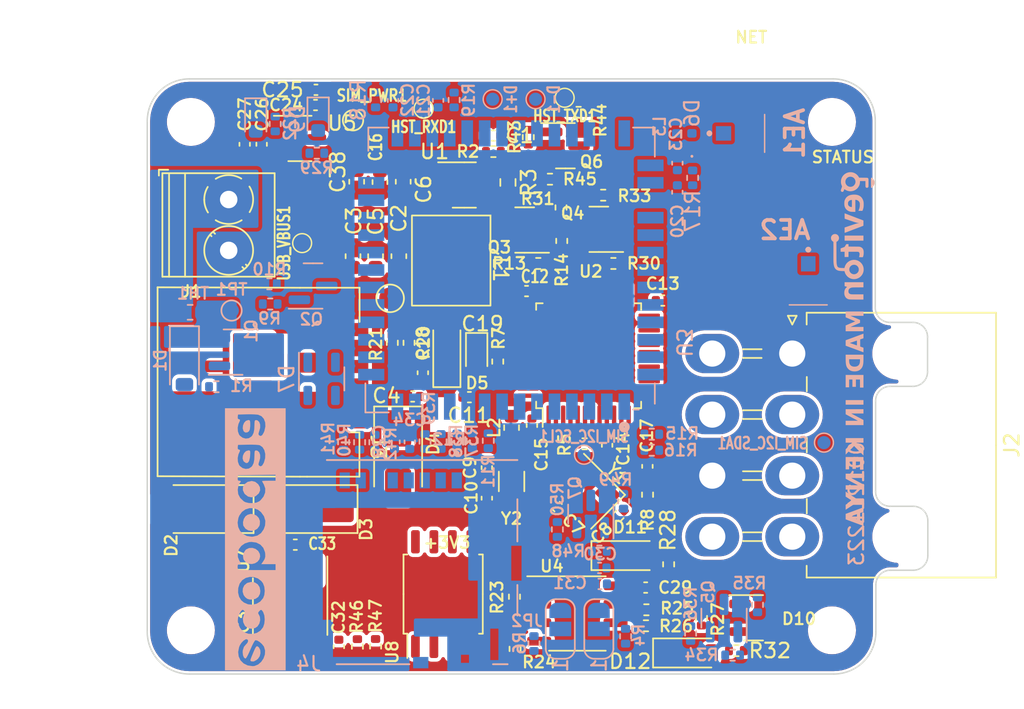
<source format=kicad_pcb>
(kicad_pcb (version 20221018) (generator pcbnew)
  (layers (0 "F.Cu" signal) (1 "In1.Cu" power) (2 "In2.Cu" power) (31 "B.Cu" signal) (34 "B.Paste" user) (35 "F.Paste" user) (36 "B.SilkS" user "B.Silkscreen") (37 "F.SilkS" user "F.Silkscreen") (38 "B.Mask" user) (39 "F.Mask" user) (44 "Edge.Cuts" user))
  (net 0 "")
  (net 1 "Net-(AE1-A)")
  (net 2 "GND")
  (net 3 "Net-(AE2-A)")
  (net 4 "+5V")
  (net 5 "+3V3")
  (net 6 "/STM32F103C8T6_MCU/xtal_in")
  (net 7 "/STM32F103C8T6_MCU/xtal_out")
  (net 8 "/STM32F103C8T6_MCU/xtal_1")
  (net 9 "/STM32F103C8T6_MCU/xtal_2")
  (net 10 "/STM32F103C8T6_MCU/3v3_stm")
  (net 11 "/STM32F103C8T6_MCU/mcu_reset")
  (net 12 "4.2V_SIMPWR")
  (net 13 "/A9G_GSM_GPRS_MODULE/VIO")
  (net 14 "/A9G_GSM_GPRS_MODULE/Sim_DIO")
  (net 15 "Net-(D1-K)")
  (net 16 "Net-(D1-A)")
  (net 17 "Net-(D2-K)")
  (net 18 "Net-(D3-K)")
  (net 19 "Net-(D5-K)")
  (net 20 "Net-(D5-A)")
  (net 21 "Net-(J3-RST)")
  (net 22 "Net-(J3-CLK)")
  (net 23 "Net-(J3-I{slash}O)")
  (net 24 "Net-(D8-A)")
  (net 25 "Net-(D10-K-Pad1)")
  (net 26 "Net-(D10-K-Pad2)")
  (net 27 "/RS485_MAX485/B")
  (net 28 "/RS485_MAX485/A")
  (net 29 "Net-(J1-Pin_1)")
  (net 31 "Net-(JP1-C)")
  (net 32 "Net-(JP2-C)")
  (net 33 "/A9G_GSM_GPRS_MODULE/Sim_CLK")
  (net 34 "Net-(Q2-G)")
  (net 35 "Net-(Q2-D)")
  (net 36 "Net-(Q3-G)")
  (net 37 "Net-(Q3-D)")
  (net 38 "Net-(Q5-S)")
  (net 39 "/STM32F103C8T6_MCU/TX1")
  (net 40 "Net-(Q6-S)")
  (net 41 "/A9G_GSM_GPRS_MODULE/Sim_RST")
  (net 42 "Net-(Q7-S)")
  (net 43 "/STM32F103C8T6_MCU/RX1")
  (net 44 "2V8")
  (net 45 "/STM32F103C8T6_MCU/TX2")
  (net 46 "/A9G_GSM_GPRS_MODULE/TF_CARD_CONN/2V8")
  (net 47 "/STM32F103C8T6_MCU/RX2")
  (net 48 "Net-(U1-FB)")
  (net 49 "/STM32F103C8T6_MCU/BOOT0")
  (net 50 "/STM32F103C8T6_MCU/BOOT1")
  (net 51 "Net-(U3-USB_P)")
  (net 52 "Net-(U3-USB_N)")
  (net 53 "/RS485_MAX485/RS485_~{RE}")
  (net 54 "/RS485_MAX485/RS485_DE")
  (net 55 "B_to_CANH")
  (net 56 "A_to_CANL")
  (net 58 "/FLASH_MEMORY/CS")
  (net 60 "/FLASH_MEMORY/SCK")
  (net 61 "/FLASH_MEMORY/MISO")
  (net 62 "/FLASH_MEMORY/MOSI")
  (net 65 "/STM32F103C8T6_MCU/TX3")
  (net 66 "/STM32F103C8T6_MCU/RX3")
  (net 69 "/CAN_TRANSCEIVER_ATA6561/CAN_STBY")
  (net 70 "/CAN_TRANSCEIVER_ATA6561/CAN_TX")
  (net 71 "/CAN_TRANSCEIVER_ATA6561/CAN_RX")
  (net 72 "/STM32F103C8T6_MCU/swdio")
  (net 73 "/STM32F103C8T6_MCU/swdclk")
  (net 75 "/STM32F103C8T6_MCU/SW0")
  (net 79 "Net-(U1-LX)")
  (net 80 "/A9G_GSM_GPRS_MODULE/V_Sim")
  (net 81 "Net-(D9-A)")
  (net 82 "Net-(U3-HST_RXD)")
  (net 83 "Net-(U3-HST_TXD)")
  (net 84 "/A9G_GSM_GPRS_MODULE/TF_CARD_CONN/SD_D2")
  (net 85 "/A9G_GSM_GPRS_MODULE/TF_CARD_CONN/SD_D3")
  (net 86 "/A9G_GSM_GPRS_MODULE/TF_CARD_CONN/SD_CMD")
  (net 87 "/A9G_GSM_GPRS_MODULE/TF_CARD_CONN/SD_CLK")
  (net 88 "/A9G_GSM_GPRS_MODULE/TF_CARD_CONN/SD_D0")
  (net 89 "/A9G_GSM_GPRS_MODULE/TF_CARD_CONN/SD_D1")
  (net 90 "Net-(Q4-S)")
  (net 91 "/A9G_GSM_GPRS_MODULE/Sim_Restart")
  (net 92 "/A9G_GSM_GPRS_MODULE/IO29")
  (net 93 "/A9G_GSM_GPRS_MODULE/PWRKEY")
  (net 94 "Net-(U3-I2C2_SCL{slash}IO19)")
  (net 95 "Net-(U3-I2C2_SDA{slash}IO20)")
  (net 96 "Net-(U3-ADC0)")
  (net 97 "/A9G_GSM_GPRS_MODULE/GPRS_NET-STATUS")
  (net 98 "/A9G_GSM_GPRS_MODULE/GPS POSITION")
  (net 99 "/A9G_GSM_GPRS_MODULE/MOSFET_LOGIC_LEVEL_TRANSLATOR9/LOW_SIDE_LOGIC_SIGNAL")
  (net 100 "/A9G_GSM_GPRS_MODULE/MOSFET_LOGIC_LEVEL_TRANSLATOR6/LOW_SIDE_LOGIC_SIGNAL")
  (net 101 "/A9G_GSM_GPRS_MODULE/MOSFET_LOGIC_LEVEL_TRANSLATOR7/LOW_SIDE_LOGIC_SIGNAL")
  (net 102 "/A9G_GSM_GPRS_MODULE/MOSFET_LOGIC_LEVEL_TRANSLATOR8/LOW_SIDE_LOGIC_SIGNAL")
  (net 103 "/STM32F103C8T6_MCU/Sim_DTR")
  (net 107 "Net-(U3-VUSB_DET)")
  (footprint "Crystal:Crystal_SMD_3215-2Pin_3.2x1.5mm" (layer "F.Cu") (at 248.4 93.7 -90)
    (fp_text reference "Y2" (at 2.55 0) (layer "F.SilkS") (effects (font (size 0.8 0.8))))
    (fp_text value "32.678KHz")
    (pad "1" smd rect (at 1.25 0 270) (size 1 1.8) (layers "F.Cu" "F.Paste" "F.Mask") (net 9 "/STM32F103C8T6_MCU/xtal_2"))
    (pad "2" smd rect (at -1.25 0 270) (size 1 1.8) (layers "F.Cu" "F.Paste" "F.Mask") (net 8 "/STM32F103C8T6_MCU/xtal_1"))
  )
  (footprint "MountingHole:MountingHole_2.7mm" (layer "F.Cu") (at 226.35 68.96)
    (fp_text reference "H2" hide)
    (fp_text value "MountingHole")
    (pad "" np_thru_hole circle (at 0 0) (size 2.7 2.7) (drill 2.7) (layers "*.Cu" "*.Mask"))
  )
  (footprint "Capacitor_SMD:C_0402_1005Metric" (layer "F.Cu") (at 255.771731 96.042634 45)
    (fp_text reference "C8" (at -1.7 0.03 45) (layer "F.SilkS") (effects (font (size 0.8 0.8))))
    (fp_text value "22p")
    (pad "1" smd roundrect (at -0.48 0 45) (size 0.56 0.62) (layers "F.Cu" "F.Paste" "F.Mask") (net 2 "GND"))
    (pad "2" smd roundrect (at 0.48 0 45) (size 0.56 0.62) (layers "F.Cu" "F.Paste" "F.Mask") (net 7 "/STM32F103C8T6_MCU/xtal_out"))
  )
  (footprint "Diode_SMD:D_SMA" (layer "F.Cu") (at 234.3 95.6 180)
    (fp_text reference "D3" (at -4.1 -1.4 90) (layer "F.SilkS") (effects (font (size 0.8 0.8))))
    (fp_text value "SS310")
    (pad "1" smd roundrect (at -2 0 180) (size 2.5 1.8) (layers "F.Cu" "F.Paste" "F.Mask") (roundrect_rratio 0.1388888889) (net 18 "Net-(D3-K)"))
    (pad "2" smd roundrect (at 2 0 180) (size 2.5 1.8) (layers "F.Cu" "F.Paste" "F.Mask") (roundrect_rratio 0.1388888889) (net 17 "Net-(D2-K)"))
  )
  (footprint "TestPoint:TestPoint_Pad_D1.5mm" (layer "F.Cu") (at 240.05 81.1)
    (fp_text reference "TP2" hide)
    (fp_text value "TestPoint")
    (pad "1" smd circle (at 0 0) (size 1.5 1.5) (layers "F.Cu" "F.Mask") (net 5 "+3V3"))
  )
  (footprint "Capacitor_SMD:C_0603_1608Metric" (layer "F.Cu") (at 237.75 73.075 -90)
    (fp_text reference "C38" (at -0.675 1.3 90) (layer "F.SilkS"))
    (fp_text value "100n")
    (pad "1" smd roundrect (at -0.775 0 270) (size 0.9 0.95) (layers "F.Cu" "F.Paste" "F.Mask") (net 4 "+5V"))
    (pad "2" smd roundrect (at 0.775 0 270) (size 0.9 0.95) (layers "F.Cu" "F.Paste" "F.Mask") (net 2 "GND"))
  )
  (footprint "Capacitor_SMD:C_0402_1005Metric" (layer "F.Cu") (at 234.92 67.8 180)
    (fp_text reference "C24" (at 2.02 0) (layer "F.SilkS") (effects (font (size 0.8 0.8))))
    (fp_text value "0.1u")
    (pad "1" smd roundrect (at -0.48 0 180) (size 0.56 0.62) (layers "F.Cu" "F.Paste" "F.Mask") (net 12 "4.2V_SIMPWR"))
    (pad "2" smd roundrect (at 0.48 0 180) (size 0.56 0.62) (layers "F.Cu" "F.Paste" "F.Mask") (net 2 "GND"))
  )
  (footprint "Resistor_SMD:R_0402_1005Metric" (layer "F.Cu") (at 253.42 91.11)
    (fp_text reference "R5" (at -1.38 0.07 90) (layer "F.SilkS") (effects (font (size 0.8 0.8))))
    (fp_text value "1M")
    (pad "1" smd roundrect (at -0.51 0) (size 0.54 0.64) (layers "F.Cu" "F.Paste" "F.Mask") (net 6 "/STM32F103C8T6_MCU/xtal_in"))
    (pad "2" smd roundrect (at 0.51 0) (size 0.54 0.64) (layers "F.Cu" "F.Paste" "F.Mask") (net 7 "/STM32F103C8T6_MCU/xtal_out"))
  )
  (footprint "Capacitor_SMD:C_0603_1608Metric" (layer "F.Cu") (at 240.65 78.2 90)
    (fp_text reference "C2" (at 2.6 0 90) (layer "F.SilkS"))
    (fp_text value "10n")
    (pad "1" smd roundrect (at -0.775 0 90) (size 0.9 0.95) (layers "F.Cu" "F.Paste" "F.Mask") (net 5 "+3V3"))
    (pad "2" smd roundrect (at 0.775 0 90) (size 0.9 0.95) (layers "F.Cu" "F.Paste" "F.Mask") (net 2 "GND"))
  )
  (footprint "Capacitor_SMD:C_0603_1608Metric" (layer "F.Cu") (at 239.05 78.2 90)
    (fp_text reference "C5" (at 2.4 0 90) (layer "F.SilkS"))
    (fp_text value "22u")
    (pad "1" smd roundrect (at -0.775 0 90) (size 0.9 0.95) (layers "F.Cu" "F.Paste" "F.Mask") (net 5 "+3V3"))
    (pad "2" smd roundrect (at 0.775 0 90) (size 0.9 0.95) (layers "F.Cu" "F.Paste" "F.Mask") (net 2 "GND"))
  )
  (footprint "Capacitor_SMD:C_0402_1005Metric" (layer "F.Cu") (at 251.53 95.43 135)
    (fp_text reference "C7" (at -1.640488 -0.084853 135) (layer "F.SilkS") (effects (font (size 0.8 0.8))))
    (fp_text value "22p")
    (pad "1" smd roundrect (at -0.48 0 135) (size 0.56 0.62) (layers "F.Cu" "F.Paste" "F.Mask") (net 2 "GND"))
    (pad "2" smd roundrect (at 0.48 0 135) (size 0.56 0.62) (layers "F.Cu" "F.Paste" "F.Mask") (net 6 "/STM32F103C8T6_MCU/xtal_in"))
  )
  (footprint "Capacitor_SMD:C_0402_1005Metric" (layer "F.Cu") (at 229.91 105.11 -90)
    (fp_text reference "C37" (at -2.11 -0.02 -270) (layer "F.SilkS") (effects (font (size 0.8 0.8))))
    (fp_text value "100n")
    (pad "1" smd roundrect (at -0.48 0 270) (size 0.56 0.62) (layers "F.Cu" "F.Paste" "F.Mask") (net 5 "+3V3"))
    (pad "2" smd roundrect (at 0.48 0 270) (size 0.56 0.62) (layers "F.Cu" "F.Paste" "F.Mask") (net 2 "GND"))
  )
  (footprint "MountingHole:MountingHole_2.7mm" (layer "F.Cu") (at 270.43 103.94)
    (fp_text reference "H4" hide)
    (fp_text value "MountingHole")
    (pad "" np_thru_hole circle (at 0 0) (size 2.7 2.7) (drill 2.7) (layers "*.Cu" "*.Mask"))
  )
  (footprint "Package_TO_SOT_SMD:SOT-23" (layer "F.Cu") (at 265.04 103.08)
    (fp_text reference "D10" (at 3.12 0.07) (layer "F.SilkS") (effects (font (size 0.8 0.8))))
    (fp_text value "ESDONCAN1LT1G")
    (pad "1" smd roundrect (at -0.9375 -0.95) (size 1.475 0.6) (layers "F.Cu" "F.Paste" "F.Mask") (net 25 "Net-(D10-K-Pad1)"))
    (pad "2" smd roundrect (at -0.9375 0.95) (size 1.475 0.6) (layers "F.Cu" "F.Paste" "F.Mask") (net 26 "Net-(D10-K-Pad2)"))
    (pad "3" smd roundrect (at 0.9375 0) (size 1.475 0.6) (layers "F.Cu" "F.Paste" "F.Mask") (net 2 "GND"))
  )
  (footprint "Resistor_SMD:R_0402_1005Metric" (layer "F.Cu") (at 263.86 105.34 180)
    (fp_text reference "R32" (at -2.3 0) (layer "F.SilkS"))
    (fp_text value "0R")
    (pad "1" smd roundrect (at -0.51 0 180) (size 0.54 0.64) (layers "F.Cu" "F.Paste" "F.Mask") (net 26 "Net-(D10-K-Pad2)"))
    (pad "2" smd roundrect (at 0.51 0 180) (size 0.54 0.64) (layers "F.Cu" "F.Paste" "F.Mask") (net 28 "/RS485_MAX485/A"))
  )
  (footprint "Resistor_SMD:R_0402_1005Metric" (layer "F.Cu") (at 251.8 74.85 -90)
    (fp_text reference "R31" (at -0.6 1.6) (layer "F.SilkS") (effects (font (size 0.8 0.8))))
    (fp_text value "10K")
    (pad "1" smd roundrect (at -0.51 0 270) (size 0.54 0.64) (layers "F.Cu" "F.Paste" "F.Mask") (net 5 "+3V3"))
    (pad "2" smd roundrect (at 0.51 0 270) (size 0.54 0.64) (layers "F.Cu" "F.Paste" "F.Mask") (net 43 "/STM32F103C8T6_MCU/RX1"))
  )
  (footprint "Capacitor_SMD:C_0603_1608Metric" (layer "F.Cu") (at 237.5 78.2 90)
    (fp_text reference "C3" (at 2.425 0.05 90) (layer "F.SilkS"))
    (fp_text value "33p")
    (pad "1" smd roundrect (at -0.775 0 90) (size 0.9 0.95) (layers "F.Cu" "F.Paste" "F.Mask") (net 5 "+3V3"))
    (pad "2" smd roundrect (at 0.775 0 90) (size 0.9 0.95) (layers "F.Cu" "F.Paste" "F.Mask") (net 2 "GND"))
  )
  (footprint "LED_SMD:LED_0603_1608Metric" (layer "F.Cu") (at 246 84.966072 -90)
    (fp_text reference "D5" (at 1.9625 -0.03) (layer "F.SilkS") (effects (font (size 0.8 0.8))))
    (fp_text value "LED")
    (pad "1" smd roundrect (at -0.7875 0 270) (size 0.875 0.95) (layers "F.Cu" "F.Paste" "F.Mask") (net 19 "Net-(D5-K)"))
    (pad "2" smd roundrect (at 0.7875 0 270) (size 0.875 0.95) (layers "F.Cu" "F.Paste" "F.Mask") (net 20 "Net-(D5-A)"))
  )
  (footprint "Package_TO_SOT_SMD:SOT-23-5" (layer "F.Cu") (at 245.15 73.3)
    (fp_text reference "U1" (at -2.05 -2.3) (layer "F.SilkS"))
    (fp_text value "SY8089AAAC")
    (pad "1" smd roundrect (at -1.1375 -0.95) (size 1.325 0.6) (layers "F.Cu" "F.Paste" "F.Mask") (net 4 "+5V"))
    (pad "2" smd roundrect (at -1.1375 0) (size 1.325 0.6) (layers "F.Cu" "F.Paste" "F.Mask") (net 2 "GND"))
    (pad "3" smd roundrect (at -1.1375 0.95) (size 1.325 0.6) (layers "F.Cu" "F.Paste" "F.Mask") (net 79 "Net-(U1-LX)"))
    (pad "4" smd roundrect (at 1.1375 0.95) (size 1.325 0.6) (layers "F.Cu" "F.Paste" "F.Mask") (net 4 "+5V"))
    (pad "5" smd roundrect (at 1.1375 -0.95) (size 1.325 0.6) (layers "F.Cu" "F.Paste" "F.Mask") (net 48 "Net-(U1-FB)"))
  )
  (footprint "Capacitor_SMD:C_0402_1005Metric" (layer "F.Cu") (at 249.8 89.85 -90)
    (fp_text reference "C15" (at 2 -0.65 -270) (layer "F.SilkS") (effects (font (size 0.8 0.8))))
    (fp_text value "100n")
    (pad "1" smd roundrect (at -0.48 0 270) (size 0.56 0.62) (layers "F.Cu" "F.Paste" "F.Mask") (net 10 "/STM32F103C8T6_MCU/3v3_stm"))
    (pad "2" smd roundrect (at 0.48 0 270) (size 0.56 0.62) (layers "F.Cu" "F.Paste" "F.Mask") (net 2 "GND"))
  )
  (footprint "Resistor_SMD:R_0402_1005Metric" (layer "F.Cu") (at 259.2 99.4 90)
    (fp_text reference "R28" (at 2.35 -0.05 270) (layer "F.SilkS"))
    (fp_text value "0R")
    (pad "1" smd roundrect (at -0.51 0 90) (size 0.54 0.64) (layers "F.Cu" "F.Paste" "F.Mask") (net 25 "Net-(D10-K-Pad1)"))
    (pad "2" smd roundrect (at 0.51 0 90) (size 0.54 0.64) (layers "F.Cu" "F.Paste" "F.Mask") (net 27 "/RS485_MAX485/B"))
  )
  (footprint "Resistor_SMD:R_0402_1005Metric" (layer "F.Cu") (at 251.04 72.9 180)
    (fp_text reference "R45" (at -2.06 0) (layer "F.SilkS") (effects (font (size 0.8 0.8))))
    (fp_text value "1K")
    (pad "1" smd roundrect (at -0.51 0 180) (size 0.54 0.64) (layers "F.Cu" "F.Paste" "F.Mask") (net 101 "/A9G_GSM_GPRS_MODULE/MOSFET_LOGIC_LEVEL_TRANSLATOR7/LOW_SIDE_LOGIC_SIGNAL"))
    (pad "2" smd roundrect (at 0.51 0 180) (size 0.54 0.64) (layers "F.Cu" "F.Paste" "F.Mask") (net 40 "Net-(Q6-S)"))
  )
  (footprint "Package_SO:SOIC-8_5.23x5.23mm_P1.27mm" (layer "F.Cu") (at 243.695 101.45 90)
    (fp_text reference "U8" (at -4 -3.5 90) (layer "F.SilkS") (effects (font (size 0.8 0.8))))
    (fp_text value "W25Q32JVSS")
    (pad "1" smd roundrect (at -3.6 -1.905 90) (size 1.6 0.6) (layers "F.Cu" "F.Paste" "F.Mask") (net 58 "/FLASH_MEMORY/CS"))
    (pad "2" smd roundrect (at -3.6 -0.635 90) (size 1.6 0.6) (layers "F.Cu" "F.Paste" "F.Mask") (net 61 "/FLASH_MEMORY/MISO"))
    (pad "3" smd roundrect (at -3.6 0.635 90) (size 1.6 0.6) (layers "F.Cu" "F.Paste" "F.Mask") (net 5 "+3V3"))
    (pad "4" smd roundrect (at -3.6 1.905 90) (size 1.6 0.6) (layers "F.Cu" "F.Paste" "F.Mask") (net 2 "GND"))
    (pad "5" smd roundrect (at 3.6 1.905 90) (size 1.6 0.6) (layers "F.Cu" "F.Paste" "F.Mask") (net 62 "/FLASH_MEMORY/MOSI"))
    (pad "6" smd roundrect (at 3.6 0.635 90) (size 1.6 0.6) (layers "F.Cu" "F.Paste" "F.Mask") (net 60 "/FLASH_MEMORY/SCK"))
    (pad "7" smd roundrect (at 3.6 -0.635 90) (size 1.6 0.6) (layers "F.Cu" "F.Paste" "F.Mask") (net 5 "+3V3"))
    (pad "8" smd roundrect (at 3.6 -1.905 90) (size 1.6 0.6) (layers "F.Cu" "F.Paste" "F.Mask") (net 5 "+3V3"))
  )
  (footprint "Crystal:Crystal_SMD_3225-4Pin_3.2x2.5mm" (layer "F.Cu") (at 253.621142 94.373223 135)
    (fp_text reference "Y1" (at -0.58 2.29 135) (layer "F.SilkS") (effects (font (size 0.8 0.8))))
    (fp_text value "8MHz")
    (pad "1" smd rect (at -1.1 0.85 135) (size 1.4 1.2) (layers "F.Cu" "F.Paste" "F.Mask") (net 7 "/STM32F103C8T6_MCU/xtal_out"))
    (pad "2" smd rect (at 1.1 0.85 135) (size 1.4 1.2) (layers "F.Cu" "F.Paste" "F.Mask") (net 2 "GND"))
    (pad "3" smd rect (at 1.1 -0.85 135) (size 1.4 1.2) (layers "F.Cu" "F.Paste" "F.Mask") (net 6 "/STM32F103C8T6_MCU/xtal_in"))
    (pad "4" smd rect (at -1.1 -0.85 135) (size 1.4 1.2) (layers "F.Cu" "F.Paste" "F.Mask") (net 2 "GND"))
  )
  (footprint "Capacitor_SMD:C_0402_1005Metric" (layer "F.Cu") (at 242.3 86.22 90)
    (fp_text reference "C18" (at 1.99 0 90) (layer "F.SilkS") (effects (font (size 0.8 0.8))))
    (fp_text value "10u")
    (pad "1" smd roundrect (at -0.48 0 90) (size 0.56 0.62) (layers "F.Cu" "F.Paste" "F.Mask") (net 12 "4.2V_SIMPWR"))
    (pad "2" smd roundrect (at 0.48 0 90) (size 0.56 0.62) (layers "F.Cu" "F.Paste" "F.Mask") (net 2 "GND"))
  )
  (footprint "Diode_SMD:D_SMA" (layer "F.Cu") (at 240.6 92.05 -90)
    (fp_text reference "D4" (at -0.95 -2.4 90) (layer "F.SilkS") (effects (font (size 0.8 0.8))))
    (fp_text value "SS310")
    (pad "1" smd roundrect (at -2 0 270) (size 2.5 1.8) (layers "F.Cu" "F.Paste" "F.Mask") (roundrect_rratio 0.1388888889) (net 12 "4.2V_SIMPWR"))
    (pad "2" smd roundrect (at 2 0 270) (size 2.5 1.8) (layers "F.Cu" "F.Paste" "F.Mask") (roundrect_rratio 0.1388888889) (net 18 "Net-(D3-K)"))
  )
  (footprint "Capacitor_SMD:C_0402_1005Metric" (layer "F.Cu") (at 236.525 105.0675 -90)
    (fp_text reference "C32" (at -2.0175 0.02 -270) (layer "F.SilkS") (effects (font (size 0.8 0.8))))
    (fp_text value "100n")
    (pad "1" smd roundrect (at -0.48 0 270) (size 0.56 0.62) (layers "F.Cu" "F.Paste" "F.Mask") (net 5 "+3V3"))
    (pad "2" smd roundrect (at 0.48 0 270) (size 0.56 0.62) (layers "F.Cu" "F.Paste" "F.Mask") (net 2 "GND"))
  )
  (footprint "Package_TO_SOT_SMD:SOT-23" (layer "F.Cu") (at 249.3 76.4 180)
    (fp_text reference "Q3" (at 1.74 -1.19) (layer "F.SilkS") (effects (font (size 0.8 0.8))))
    (fp_text value "BSN20")
    (pad "1" smd roundrect (at -0.9375 -0.95 180) (size 1.475 0.6) (layers "F.Cu" "F.Paste" "F.Mask") (net 36 "Net-(Q3-G)"))
    (pad "2" smd roundrect (at -0.9375 0.95 180) (size 1.475 0.6) (layers "F.Cu" "F.Paste" "F.Mask") (net 2 "GND"))
    (pad "3" smd roundrect (at 0.9375 0 180) (size 1.475 0.6) (layers "F.Cu" "F.Paste" "F.Mask") (net 37 "Net-(Q3-D)"))
  )
  (footprint "Package_QFP:LQFP-48_7x7mm_P0.5mm" (layer "F.Cu") (at 253.7 85.05 90)
    (fp_text reference "U2" (at 5.8 0.15 180) (layer "F.SilkS") (effects (font (size 0.8 0.8))))
    (fp_text value "STM32F103C8Tx")
    (pad "1" smd roundrect (at -4.1625 -2.75 90) (size 1.475 0.3) (layers "F.Cu" "F.Paste" "F.Mask") (net 10 "/STM32F103C8T6_MCU/3v3_stm"))
    (pad "2" smd roundrect (at -4.1625 -2.25 90) (size 1.475 0.3) (layers "F.Cu" "F.Paste" "F.Mask") (net 53 "/RS485_MAX485/RS485_~{RE}"))
    (pad "3" smd roundrect (at -4.1625 -1.75 90) (size 1.475 0.3) (layers "F.Cu" "F.Paste" "F.Mask") (net 8 "/STM32F103C8T6_MCU/xtal_1"))
    (pad "4" smd roundrect (at -4.1625 -1.25 90) (size 1.475 0.3) (layers "F.Cu" "F.Paste" "F.Mask") (net 9 "/STM32F103C8T6_MCU/xtal_2"))
    (pad "5" smd roundrect (at -4.1625 -0.75 90) (size 1.475 0.3) (layers "F.Cu" "F.Paste" "F.Mask") (net 6 "/STM32F103C8T6_MCU/xtal_in"))
    (pad "6" smd roundrect (at -4.1625 -0.25 90) (size 1.475 0.3) (layers "F.Cu" "F.Paste" "F.Mask") (net 7 "/STM32F103C8T6_MCU/xtal_out"))
    (pad "7" smd roundrect (at -4.1625 0.25 90) (size 1.475 0.3) (layers "F.Cu" "F.Paste" "F.Mask") (net 11 "/STM32F103C8T6_MCU/mcu_reset"))
    (pad "8" smd roundrect (at -4.1625 0.75 90) (size 1.475 0.3) (layers "F.Cu" "F.Paste" "F.Mask") (net 2 "GND"))
    (pad "9" smd roundrect (at -4.1625 1.25 90) (size 1.475 0.3) (layers "F.Cu" "F.Paste" "F.Mask") (net 10 "/STM32F103C8T6_MCU/3v3_stm"))
    (pad "10" smd roundrect (at -4.1625 1.75 90) (size 1.475 0.3) (layers "F.Cu" "F.Paste" "F.Mask"))
    (pad "11" smd roundrect (at -4.1625 2.25 90) (size 1.475 0.3) (layers "F.Cu" "F.Paste" "F.Mask") (net 58 "/FLASH_MEMORY/CS"))
    (pad "12" smd roundrect (at -4.1625 2.75 90) (size 1.475 0.3) (layers "F.Cu" "F.Paste" "F.Mask") (net 45 "/STM32F103C8T6_MCU/TX2"))
    (pad "13" smd roundrect (at -2.75 4.1625 90) (size 0.3 1.475) (layers "F.Cu" "F.Paste" "F.Mask") (net 47 "/STM32F103C8T6_MCU/RX2"))
    (pad "14" smd roundrect (at -2.25 4.1625 90) (size 0.3 1.475) (layers "F.Cu" "F.Paste" "F.Mask"))
    (pad "15" smd roundrect (at -1.75 4.1625 90) (size 0.3 1.475) (layers "F.Cu" "F.Paste" "F.Mask") (net 60 "/FLASH_MEMORY/SCK"))
    (pad "16" smd roundrect (at -1.25 4.1625 90) (size 0.3 1.475) (layers "F.Cu" "F.Paste" "F.Mask") (net 61 "/FLASH_MEMORY/MISO"))
    (pad "17" smd roundrect (at -0.75 4.1625 90) (size 0.3 1.475) (layers "F.Cu" "F.Paste" "F.Mask") (net 62 "/FLASH_MEMORY/MOSI"))
    (pad "18" smd roundrect (at -0.25 4.1625 90) (size 0.3 1.475) (layers "F.Cu" "F.Paste" "F.Mask"))
    (pad "19" smd roundrect (at 0.25 4.1625 90) (size 0.3 1.475) (layers "F.Cu" "F.Paste" "F.Mask"))
    (pad "20" smd roundrect (at 0.75 4.1625 90) (size 0.3 1.475) (layers "F.Cu" "F.Paste" "F.Mask") (net 50 "/STM32F103C8T6_MCU/BOOT1"))
    (pad "21" smd roundrect (at 1.25 4.1625 90) (size 0.3 1.475) (layers "F.Cu" "F.Paste" "F.Mask") (net 65 "/STM32F103C8T6_MCU/TX3"))
    (pad "22" smd roundrect (at 1.75 4.1625 90) (size 0.3 1.475) (layers "F.Cu" "F.Paste" "F.Mask") (net 66 "/STM32F103C8T6_MCU/RX3"))
    (pad "23" smd roundrect (at 2.25 4.1625 90) (size 0.3 1.475) (layers "F.Cu" "F.Paste" "F.Mask") (net 2 "GND"))
    (pad "24" smd roundrect (at 2.75 4.1625 90) (size 0.3 1.475) (layers "F.Cu" "F.Paste" "F.Mask") (net 10 "/STM32F103C8T6_MCU/3v3_stm"))
    (pad "25" smd roundrect (at 4.1625 2.75 90) (size 1.475 0.3) (layers "F.Cu" "F.Paste" "F.Mask"))
    (pad "26" smd roundrect (at 4.1625 2.25 90) (size 1.475 0.3) (layers "F.Cu" "F.Paste" "F.Mask"))
    (pad "27" smd roundrect (at 4.1625 1.75 90) (size 1.475 0.3) (layers "F.Cu" "F.Paste" "F.Mask") (net 54 "/RS485_MAX485/RS485_DE"))
    (pad "28" smd roundrect (at 4.1625 1.25 90) (size 1.475 0.3) (layers "F.Cu" "F.Paste" "F.Mask") (net 93 "/A9G_GSM_GPRS_MODULE/PWRKEY"))
    (pad "29" smd roundrect (at 4.1625 0.75 90) (size 1.475 0.3) (layers "F.Cu" "F.Paste" "F.Mask") (net 69 "/CAN_TRANSCEIVER_ATA6561/CAN_STBY"))
    (pad "30" smd roundrect (at 4.1625 0.25 90) (size 1.475 0.3) (layers "F.Cu" "F.Paste" "F.Mask") (net 39 "/STM32F103C8T6_MCU/TX1"))
    (pad "31" smd roundrect (at 4.1625 -0.25 90) (size 1.475 0.3) (layers "F.Cu" "F.Paste" "F.Mask") (net 43 "/STM32F103C8T6_MCU/RX1"))
    (pad "32" smd roundrect (at 4.1625 -0.75 90) (size 1.475 0.3) (layers "F.Cu" "F.Paste" "F.Mask") (net 70 "/CAN_TRANSCEIVER_ATA6561/CAN_TX"))
    (pad "33" smd roundrect (at 4.1625 -1.25 90) (size 1.475 0.3) (layers "F.Cu" "F.Paste" "F.Mask") (net 71 "/CAN_TRANSCEIVER_ATA6561/CAN_RX"))
    (pad "34" smd roundrect (at 4.1625 -1.75 90) (size 1.475 0.3) (layers "F.Cu" "F.Paste" "F.Mask") (net 72 "/STM32F103C8T6_MCU/swdio"))
    (pad "35" smd roundrect (at 4.1625 -2.25 90) (size 1.475 0.3) (layers "F.Cu" "F.Paste" "F.Mask") (net 2 "GND"))
    (pad "36" smd roundrect (at 4.1625 -2.75 90) (size 1.475 0.3) (layers "F.Cu" "F.Paste" "F.Mask") (net 10 "/STM32F103C8T6_MCU/3v3_stm"))
    (pad "37" smd roundrect (at 2.75 -4.1625 90) (size 0.3 1.475) (layers "F.Cu" "F.Paste" "F.Mask") (net 73 "/STM32F103C8T6_MCU/swdclk"))
    (pad "38" smd roundrect (at 2.25 -4.1625 90) (size 0.3 1.475) (layers "F.Cu" "F.Paste" "F.Mask"))
    (pad "39" smd roundrect (at 1.75 -4.1625 90) (size 0.3 1.475) (layers "F.Cu" "F.Paste" "F.Mask") (net 75 "/STM32F103C8T6_MCU/SW0"))
    (pad "40" smd roundrect (at 1.25 -4.1625 90) (size 0.3 1.475) (layers "F.Cu" "F.Paste" "F.Mask") (net 91 "/A9G_GSM_GPRS_MODULE/Sim_Restart"))
    (pad "41" smd roundrect (at 0.75 -4.1625 90) (size 0.3 1.475) (layers "F.Cu" "F.Paste" "F.Mask") (net 103 "/STM32F103C8T6_MCU/Sim_DTR"))
    (pad "42" smd roundrect (at 0.25 -4.1625 90) (size 0.3 1.475) (layers "F.Cu" "F.Paste" "F.Mask"))
    (pad "43" smd roundrect (at -0.25 -4.1625 90) (size 0.3 1.475) (layers "F.Cu" "F.Paste" "F.Mask") (net 19 "Net-(D5-K)"))
    (pad "44" smd roundrect (at -0.75 -4.1625 90) (size 0.3 1.475) (layers "F.Cu" "F.Paste" "F.Mask") (net 49 "/STM32F103C8T6_MCU/BOOT0"))
    (pad "45" smd roundrect (at -1.25 -4.1625 90) (size 0.3 1.475) (layers "F.Cu" "F.Paste" "F.Mask"))
    (pad "46" smd roundrect (at -1.75 -4.1625 90) (size 0.3 1.475) (layers "F.Cu" "F.Paste" "F.Mask"))
    (pad "47" smd roundrect (at -2.25 -4.1625 90) (size 0.3 1.475) (layers "F.Cu" "F.Paste" "F.Mask") (net 2 "GND"))
    (pad "48" smd roundrect (at -2.75 -4.1625 90) (size 0.3 1.475) (layers "F.Cu" "F.Paste" "F.Mask") (net 10 "/STM32F103C8T6_MCU/3v3_stm"))
  )
  (footprint "Package_SO:SOIC-8_3.9x4.9mm_P1.27mm" (layer "F.Cu") (at 233.175 102.31 -90)
    (fp_text reference "U7" (at -3.125 3.245 -270) (layer "F.SilkS") (effects (font (size 0.8 0.8))))
    (fp_text value "ATA6561-GAQW-N")
    (pad "1" smd roundrect (at -2.475 -1.905 270) (size 1.95 0.6) (layers "F.Cu" "F.Paste" "F.Mask") (net 70 "/CAN_TRANSCEIVER_ATA6561/CAN_TX"))
    (pad "2" smd roundrect (at -2.475 -0.635 270) (size 1.95 0.6) (layers "F.Cu" "F.Paste" "F.Mask") (net 2 "GND"))
    (pad "3" smd roundrect (at -2.475 0.635 270) (size 1.95 0.6) (layers "F.Cu" "F.Paste" "F.Mask") (net 4 "+5V"))
    (pad "4" smd roundrect (at -2.475 1.905 270) (size 1.95 0.6) (layers "F.Cu" "F.Paste" "F.Mask") (net 71 "/CAN_TRANSCEIVER_ATA6561/CAN_RX"))
    (pad "5" smd roundrect (at 2.475 1.905 270) (size 1.95 0.6) (layers "F.Cu" "F.Paste" "F.Mask") (net 5 "+3V3"))
    (pad "6" smd roundrect (at 2.475 0.635 270) (size 1.95 0.6) (layers "F.Cu" "F.Paste" "F.Mask") (net 56 "A_to_CANL"))
    (pad "7" smd roundrect (at 2.475 -0.635 270) (size 1.95 0.6) (layers "F.Cu" "F.Paste" "F.Mask") (net 55 "B_to_CANH"))
    (pad "8" smd roundrect (at 2.475 -1.905 270) (size 1.95 0.6) (layers "F.Cu" "F.Paste" "F.Mask") (net 69 "/CAN_TRANSCEIVER_ATA6561/CAN_STBY"))
  )
  (footprint "Resistor_SMD:R_0402_1005Metric" (layer "F.Cu") (at 255.4 78.7 180)
    (fp_text reference "R30" (at -2.1 0 180) (layer "F.SilkS") (effects (font (size 0.8 0.8))))
    (fp_text value "10K")
    (pad "1" smd roundrect (at -0.51 0 180) (size 0.54 0.64) (layers "F.Cu" "F.Paste" "F.Mask") (net 44 "2V8"))
    (pad "2" smd roundrect (at 0.51 0 180) (size 0.54 0.64) (layers "F.Cu" "F.Paste" "F.Mask") (net 90 "Net-(Q4-S)"))
  )
  (footprint "Capacitor_SMD:C_0402_1005Metric" (layer "F.Cu") (at 245.5 87.9)
    (fp_text reference "C11" (at -0.05 1.25) (layer "F.SilkS"))
    (fp_text value "10u")
    (pad "1" smd roundrect (at -0.48 0) (size 0.56 0.62) (layers "F.Cu" "F.Paste" "F.Mask") (net 12 "4.2V_SIMPWR"))
    (pad "2" smd roundrect (at 0.48 0) (size 0.56 0.62) (layers "F.Cu" "F.Paste" "F.Mask") (net 2 "GND"))
  )
  (footprint "Inductor_SMD:L_0603_1608Metric" (layer "F.Cu") (at 248.4 90 90)
    (fp_text reference "L2" (at 0 -1.2 90) (layer "F.SilkS") (effects (font (size 0.8 0.8))))
    (fp_text value "L_Ferrite")
    (pad "1" smd roundrect (at -0.7875 0 90) (size 0.875 0.95) (layers "F.Cu" "F.Paste" "F.Mask") (net 5 "+3V3"))
    (pad "2" smd roundrect (at 0.7875 0 90) (size 0.875 0.95) (layers "F.Cu" "F.Paste" "F.Mask") (net 10 "/STM32F103C8T6_MCU/3v3_stm"))
  )
  (footprint "Capacitor_SMD:C_0402_1005Metric" (layer "F.Cu") (at 249.43 80.6 180)
    (fp_text reference "C12" (at -0.57 1) (layer "F.SilkS") (effects (font (size 0.85 0.65))))
    (fp_text value "100n")
    (pad "1" smd roundrect (at -0.48 0 180) (size 0.56 0.62) (layers "F.Cu" "F.Paste" "F.Mask") (net 10 "/STM32F103C8T6_MCU/3v3_stm"))
    (pad "2" smd roundrect (at 0.48 0 180) (size 0.56 0.62) (layers "F.Cu" "F.Paste" "F.Mask") (net 2 "GND"))
  )
  (footprint "Resistor_SMD:R_0402_1005Metric" (layer "F.Cu") (at 240.2 84.16 90)
    (fp_text reference "R21" (at -0.095834 -1.13 90) (layer "F.SilkS") (effects (font (size 0.8 0.8))))
    (fp_text value "100K")
    (pad "1" smd roundrect (at -0.51 0 90) (size 0.54 0.64) (layers "F.Cu" "F.Paste" "F.Mask") (net 2 "GND"))
    (pad "2" smd roundrect (at 0.51 0 90) (size 0.54 0.64) (layers "F.Cu" "F.Paste" "F.Mask") (net 96 "Net-(U3-ADC0)"))
  )
  (footprint "Resistor_SMD:R_0402_1005Metric" (layer "F.Cu") (at 257.67 102.53)
    (fp_text reference "R25" (at 2.12 -0.1) (layer "F.SilkS") (effects (font (size 0.8 0.8))))
    (fp_text value "10R")
    (pad "1" smd roundrect (at -0.51 0) (size 0.54 0.64) (layers "F.Cu" "F.Paste" "F.Mask") (net 55 "B_to_CANH"))
    (pad "2" smd roundrect (at 0.51 0) (size 0.54 0.64) (layers "F.Cu" "F.Paste" "F.Mask") (net 25 "Net-(D10-K-Pad1)"))
  )
  (footprint "Capacitor_SMD:C_0402_1005Metric" (layer "F.Cu") (at 241.6 87.85 180)
    (fp_text reference "C4" (at 1.8 0.05) (layer "F.SilkS"))
    (fp_text value "1u")
    (pad "1" smd roundrect (at -0.48 0 180) (size 0.56 0.62) (layers "F.Cu" "F.Paste" "F.Mask") (net 12 "4.2V_SIMPWR"))
    (pad "2" smd roundrect (at 0.48 0 180) (size 0.56 0.62) (layers "F.Cu" "F.Paste" "F.Mask") (net 2 "GND"))
  )
  (footprint "Capacitor_SMD:C_0402_1005Metric" (layer "F.Cu") (at 234.95 66.75 180)
    (fp_text reference "C25" (at 2.3 0) (layer "F.SilkS"))
    (fp_text value "1u")
    (pad "1" smd roundrect (at -0.48 0 180) (size 0.56 0.62) (layers "F.Cu" "F.Paste" "F.Mask") (net 12 "4.2V_SIMPWR"))
    (pad "2" smd roundrect (at 0.48 0 180) (size 0.56 0.62) (layers "F.Cu" "F.Paste" "F.Mask") (net 2 "GND"))
  )
  (footprint "Diode_SMD:D_SOD-123" (layer "F.Cu") (at 260.49 105.5)
    (fp_text reference "D12" (at -3.94 0.58) (layer "F.SilkS"))
    (fp_text value "BEP0080MA")
    (pad "1" smd roundrect (at -1.65 0) (size 0.9 1.2) (layers "F.Cu" "F.Paste" "F.Mask") (net 2 "GND"))
    (pad "2" smd roundrect (at 1.65 0) (size 0.9 1.2) (layers "F.Cu" "F.Paste" "F.Mask") (net 28 "/RS485_MAX485/A"))
  )
  (footprint "Resistor_SMD:R_0402_1005Metric" (layer "F.Cu") (at 247.15 71 180)
    (fp_text reference "R2" (at 1.75 0) (layer "F.SilkS") (effects (font (size 0.8 0.8))))
    (fp_text value "180K")
    (pad "1" smd roundrect (at -0.51 0 180) (size 0.54 0.64) (layers "F.Cu" "F.Paste" "F.Mask") (net 5 "+3V3"))
    (pad "2" smd roundrect (at 0.51 0 180) (size 0.54 0.64) (layers "F.Cu" "F.Paste" "F.Mask") (net 48 "Net-(U1-FB)"))
  )
  (footprint "MACHADA_footprints:nano_sim_NSIM-2-C" (layer "F.Cu") (at 237.95 83.25 -90)
    (fp_text reference "J3" (at 8.09 -1.28 -90 unlocked) (layer "F.SilkS"))
    (fp_text value "nano_sim")
    (pad "C1" smd rect (at 0 0 270) (size 0.9 1.2) (layers "F.Cu" "F.Paste" "F.Mask") (net 80 "/A9G_GSM_GPRS_MODULE/V_Sim"))
    (pad "C2" smd rect (at 2.54 0 270) (size 0.9 1.2) (layers "F.Cu" "F.Paste" "F.Mask") (net 21 "Net-(J3-RST)"))
    (pad "C3" smd rect (at 5.08 0 270) (size 0.9 1.2) (layers "F.Cu" "F.Paste" "F.Mask") (net 22 "Net-(J3-CLK)"))
    (pad "C5" smd rect (at 1.27 0 270) (size 0.9 1.2) (layers "F.Cu" "F.Paste" "F.Mask") (net 2 "GND"))
    (pad "C6" smd rect (at 3.81 0 270) (size 0.9 1.2) (layers "F.Cu" "F.Paste" "F.Mask"))
    (pad "C7" smd rect (at 6.35 0 270) (size 0.9 1.2) (layers "F.Cu" "F.Paste" "F.Mask") (net 23 "Net-(J3-I{slash}O)"))
    (pad "MP1" smd rect (at -2.25 4.1 270) (size 1.3 1.8) (layers "F.Cu" "F.Paste" "F.Mask") (net 2 "GND"))
    (pad "MP1" smd rect (at -2.25 12.9 270) (size 1.3 1.8) (layers "F.Cu" "F.Paste" "F.Mask") (net 2 "GND"))
    (pad "MP1" smd rect (at 9.47 4.09 270) (size 1.3 1.8) (layers "F.Cu" "F.Paste" "F.Mask") (net 2 "GND"))
    (pad "MP1" smd rect (at 9.47 12.89 270) (size 1.3 1.8) (layers "F.Cu" "F.Paste" "F.Mask") (net 2 "GND"))
    (zone (net 0) (net_name "") (layer "F.Cu") (connect_pads (clearance 0)) (min_thickness 0.25)
      (keepout (tracks not_allowed) (vias not_allowed) (pads allowed) (copperpour not_allowed) (footprints allowed))
      (fill (thermal_gap 0.5) (thermal_bridge_width 0.5))
      (polygon (pts (xy 228.54 82.93) (xy 228.54 85.38) (xy 224.82 85.38) (xy 224.8 82.93)))
    )
    (zone (net 0) (net_name "") (layer "F.Cu") (connect_pads (clearance 0)) (min_thickness 0.25)
      (keepout (tracks not_allowed) (vias not_allowed) (pads allowed) (copperpour not_allowed) (footprints allowed))
      (fill (thermal_gap 0.5) (thermal_bridge_width 0.5))
      (polygon (pts (xy 228.54 86.18) (xy 228.54 87.5) (xy 224.82 87.5) (xy 224.82 86.18)))
    )
    (zone (net 0) (net_name "") (layer "F.Cu") (connect_pads (clearance 0)) (min_thickness 0.25)
      (keepout (tracks not_allowed) (vias not_allowed) (pads allowed) (copperpour not_allowed) (footprints allowed))
      (fill (thermal_gap 0.5) (thermal_bridge_width 0.5))
      (polygon (pts (xy 228.54 88.97) (xy 228.54 90.29) (xy 224.82 90.29) (xy 224.82 88.97)))
    )
    (zone (net 0) (net_name "") (layer "F.Cu") (connect_pads (clearance 0)) (min_thickness 0.25)
      (keepout (tracks not_allowed) (vias not_allowed) (pads allowed) (copperpour not_allowed) (footprints allowed))
      (fill (thermal_gap 0.5) (thermal_bridge_width 0.5))
      (polygon (pts (xy 235.72 83.52) (xy 235.72 84.84) (xy 232 84.84) (xy 232 83.52)))
    )
    (zone (net 0) (net_name "") (layer "F.Cu") (connect_pads (clearance 0)) (min_thickness 0.25)
      (keepout (tracks not_allowed) (vias not_allowed) (pads allowed) (copperpour not_allowed) (footprints allowed))
      (fill (thermal_gap 0.5) (thermal_bridge_width 0.5))
      (polygon (pts (xy 235.72 86.21) (xy 235.72 87.53) (xy 232 87.53) (xy 232 86.21)))
    )
    (zone (net 0) (net_name "") (layer "F.Cu") (connect_pads (clearance 0)) (min_thickness 0.25)
      (keepout (tracks not_allowed) (vias not_allowed) (pads allowed) (copperpour not_allowed) (footprints allowed))
      (fill (thermal_gap 0.5) (thermal_bridge_width 0.5))
      (polygon (pts (xy 235.72 88.97) (xy 235.72 90.29) (xy 232 90.29) (xy 232 88.97)))
    )
  )
  (footprint "Resistor_SMD:R_0402_1005Metric" (layer "F.Cu") (at 247.45 85.45 -90)
    (fp_text reference "R7" (at -1.6 -0.05 90) (layer "F.SilkS") (effects (font (size 0.8 0.8))))
    (fp_text value "499R")
    (pad "1" smd roundrect (at -0.51 0 270) (size 0.54 0.64) (layers "F.Cu" "F.Paste" "F.Mask") (net 10 "/STM32F103C8T6_MCU/3v3_stm"))
    (pad "2" smd roundrect (at 0.51 0 270) (size 0.54 0.64) (layers "F.Cu" "F.Paste" "F.Mask") (net 20 "Net-(D5-A)"))
  )
  (footprint "Resistor_SMD:R_0402_1005Metric" (layer "F.Cu") (at 257.64 103.63)
    (fp_text reference "R26" (at 2.07 0.02) (layer "F.SilkS") (effects (font (size 0.8 0.8))))
    (fp_text value "10R")
    (pad "1" smd roundrect (at -0.51 0) (size 0.54 0.64) (layers "F.Cu" "F.Paste" "F.Mask") (net 56 "A_to_CANL"))
    (pad "2" smd roundrect (at 0.51 0) (size 0.54 0.64) (layers "F.Cu" "F.Paste" "F.Mask") (net 26 "Net-(D10-K-Pad2)"))
  )
  (footprint "Package_TO_SOT_SMD:SOT-23-3" (layer "F.Cu") (at 233.85 70.1)
    (fp_text reference "U5" (at 2.9 -1.05) (layer "F.SilkS"))
    (fp_text value "XC6206PxxxMR")
    (pad "1" smd roundrect (at -1.1375 -0.95) (size 1.325 0.6) (layers "F.Cu" "F.Paste" "F.Mask") (net 2 "GND"))
    (pad "2" smd roundrect (at -1.1375 0.95) (size 1.325 0.6) (layers "F.Cu" "F.Paste" "F.Mask") (net 44 "2V8"))
    (pad "3" smd roundrect (at 1.1375 0) (size 1.325 0.6) (layers "F.Cu" "F.Paste" "F.Mask") (net 12 "4.2V_SIMPWR"))
  )
  (footprint "Capacitor_SMD:C_0402_1005Metric" (layer "F.Cu") (at 230.05 70.5 90)
    (fp_text reference "C27" (at 2.05 0 90) (layer "F.SilkS") (effects (font (size 0.8 0.8))))
    (fp_text value "1u")
    (pad "1" smd roundrect (at -0.48 0 90) (size 0.56 0.62) (layers "F.Cu" "F.Paste" "F.Mask") (net 44 "2V8"))
    (pad "2" smd roundrect (at 0.48 0 90) (size 0.56 0.62) (layers "F.Cu" "F.Paste" "F.Mask") (net 2 "GND"))
  )
  (footprint "Capacitor_SMD:C_0402_1005Metric" (layer "F.Cu") (at 233.53 98.05)
    (fp_text reference "C33" (at 1.85 -0.065) (layer "F.SilkS") (effects (font (size 0.8 0.65))))
    (fp_text value "100n")
    (pad "1" smd roundrect (at -0.48 0) (size 0.56 0.62) (layers "F.Cu" "F.Paste" "F.Mask") (net 4 "+5V"))
    (pad "2" smd roundrect (at 0.48 0) (size 0.56 0.62) (layers "F.Cu" "F.Paste" "F.Mask") (net 2 "GND"))
  )
  (footprint "Resistor_SMD:R_0402_1005Metric" (layer "F.Cu") (at 254.7 74)
    (fp_text reference "R33" (at 2.15 0.05) (layer "F.SilkS") (effects (font (size 0.8 0.8))))
    (fp_text value "1K")
    (pad "1" smd roundrect (at -0.51 0) (size 0.54 0.64) (layers "F.Cu" "F.Paste" "F.Mask") (net 99 "/A9G_GSM_GPRS_MODULE/MOSFET_LOGIC_LEVEL_TRANSLATOR9/LOW_SIDE_LOGIC_SIGNAL"))
    (pad "2" smd roundrect (at 0.51 0) (size 0.54 0.64) (layers "F.Cu" "F.Paste" "F.Mask") (net 90 "Net-(Q4-S)"))
  )
  (footprint "Resistor_SMD:R_0402_1005Metric" (layer "F.Cu") (at 251.85 77.15 -90)
    (fp_text reference "R14" (at 2 0 90) (layer "F.SilkS") (effects (font (size 0.8 0.8))))
    (fp_text value "10K")
    (pad "1" smd roundrect (at -0.51 0 270) (size 0.54 0.64) (layers "F.Cu" "F.Paste" "F.Mask") (net 2 "GND"))
    (pad "2" smd roundrect (at 0.51 0 270) (size 0.54 0.64) (layers "F.Cu" "F.Paste" "F.Mask") (net 36 "Net-(Q3-G)"))
  )
  (footprint "TerminalBlock_Phoenix:TerminalBlock_Phoenix_PT-1,5-2-3.5-H_1x02_P3.50mm_Horizontal" (layer "F.Cu") (at 228.95 74.3 -90)
    (fp_text reference "J1" (at 6.33 2.56) (layer "F.SilkS") (effects (font (size 0.8 0.8))))
    (fp_text value "Input")
    (pad "1" thru_hole rect (at 0 0 270) (size 2.4 2.4) (drill 1.2) (layers "*.Cu" "*.Mask") (net 29 "Net-(J1-Pin_1)"))
    (pad "2" thru_hole circle (at 3.5 0 270) (size 2.4 2.4) (drill 1.2) (layers "*.Cu" "*.Mask") (net 2 "GND"))
  )
  (footprint "Capacitor_SMD:C_0402_1005Metric" (layer "F.Cu") (at 254.97 91.21 -90)
    (fp_text reference "C14" (at 0.25 -1.11 -270) (layer "F.SilkS") (effects (font (size 0.8 0.8))))
    (fp_text value "100n")
    (pad "1" smd roundrect (at -0.48 0 270) (size 0.56 0.62) (layers "F.Cu" "F.Paste" "F.Mask") (net 10 "/STM32F103C8T6_MCU/3v3_stm"))
    (pad "2" smd roundrect (at 0.48 0 270) (size 0.56 0.62) (layers "F.Cu" "F.Paste" "F.Mask") (net 2 "GND"))
  )
  (footprint "Capacitor_SMD:C_0402_1005Metric" (layer "F.Cu") (at 258.8 81.25)
    (fp_text reference "C13" (at 0 -1.16) (layer "F.SilkS") (effects (font (size 0.8 0.8))))
    (fp_text value "100n")
    (pad "1" smd roundrect (at -0.48 0) (size 0.56 0.62) (layers "F.Cu" "F.Paste" "F.Mask") (net 10 "/STM32F103C8T6_MCU/3v3_stm"))
    (pad "2" smd roundrect (at 0.48 0) (size 0.56 0.62) (layers "F.Cu" "F.Paste" "F.Mask") (net 2 "GND"))
  )
  (footprint "Capacitor_SMD:C_0402_1005Metric" (layer "F.Cu") (at 246.7 92.75 90)
    (fp_text reference "C9" (at 0 -1.16 90) (layer "F.SilkS") (effects (font (size 0.8 0.8))))
    (fp_text value "22p")
    (pad "1" smd roundrect (at -0.48 0 90) (size 0.56 0.62) (layers "F.Cu" "F.Paste" "F.Mask") (net 2 "GND"))
    (pad "2" smd roundrect (at 0.48 0 90) (size 0.56 0.62) (layers "F.Cu" "F.Paste" "F.Mask") (net 8 "/STM32F103C8T6_MCU/xtal_1"))
  )
  (footprint "Capacitor_SMD:C_0402_1005Metric" (layer "F.Cu") (at 231.215 70.5 90)
    (fp_text reference "C26" (at 2.05 0.035 90) (layer "F.SilkS") (effects (font (size 0.8 0.8))))
    (fp_text value "0.1u")
    (pad "1" smd roundrect (at -0.48 0 90) (size 0.56 0.62) (layers "F.Cu" "F.Paste" "F.Mask") (net 44 "2V8"))
    (pad "2" smd roundrect (at 0.48 0 90) (size 0.56 0.62) (layers "F.Cu" "F.Paste" "F.Mask") (net 2 "GND"))
  )
  (footprint "Resistor_SMD:R_0402_1005Metric" (layer "F.Cu") (at 239.05 105.05 -90)
    (fp_text reference "R47" (at -2.1 0 -270) (layer "F.SilkS") (effects (font (size 0.8 0.8))))
    (fp_text value "60R")
    (pad "1" smd roundrect (at -0.51 0 270) (size 0.54 0.64) (layers "F.Cu" "F.Paste" "F.Mask") (net 55 "B_to_CANH"))
    (pad "2" smd roundrect (at 0.51 0 270) (size 0.54 0.64) (layers "F.Cu" "F.Paste" "F.Mask") (net 2 "GND"))
  )
  (footprint "Package_TO_SOT_SMD:SOT-23" (layer "F.Cu") (at 254.4 76.35 180)
    (fp_text reference "Q4" (at 1.8 1.1) (layer "F.SilkS") (effects (font (size 0.8 0.8))))
    (fp_text value "2N7002")
    (pad "1" smd roundrect (at -0.9375 -0.95 180) (size 1.475 0.6) (layers "F.Cu" "F.Paste" "F.Mask") (net 44 "2V8"))
    (pad "2" smd roundrect (at -0.9375 0.95 180) (size 1.475 0.6) (layers "F.Cu" "F.Paste" "F.Mask") (net 90 "Net-(Q4-S)"))
    (pad "3" smd roundrect (at 0.9375 0 180) (size 1.475 0.6) (layers "F.Cu" "F.Paste" "F.Mask") (net 43 "/STM32F103C8T6_MCU/RX1"))
  )
  (footprint "brilliant-kicad-library:TestPoint_Pad_D0.9mm" (layer "F.Cu") (at 234 77.3 90)
    (fp_text reference "USB_VBUS1" (at 0 -1.25 90) (layer "F.SilkS") (effects (font (size 0.8 0.6))))
    (fp_text value "USB_VBUS")
    (pad "1" smd circle (at 0 0 90) (size 0.9 0.9) (layers "F.Cu" "F.Mask") (net 107 "Net-(U3-VUSB_DET)"))
  )
  (footprint "Resistor_SMD:R_0402_1005Metric" (layer "F.Cu") (at 237.8 105.06 -90)
    (fp_text reference "R46" (at -2.06 0.05 90) (layer "F.SilkS") (effects (font (size 0.8 0.8))))
    (fp_text value "60R")
    (pad "1" smd roundrect (at -0.51 0 270) (size 0.54 0.64) (layers "F.Cu" "F.Paste" "F.Mask") (net 56 "A_to_CANL"))
    (pad "2" smd roundrect (at 0.51 0 270) (size 0.54 0.64) (layers "F.Cu" "F.Paste" "F.Mask") (net 2 "GND"))
  )
  (footprint "Package_TO_SOT_SMD:SOT-23" (layer "F.Cu") (at 252.1 70.6)
    (fp_text reference "Q6" (at 1.8 1.1) (layer "F.SilkS") (effects (font (size 0.8 0.8))))
    (fp_text value "2N7002")
    (pad "1" smd roundrect (at -0.9375 -0.95) (size 1.475 0.6) (layers "F.Cu" "F.Paste" "F.Mask") (net 44 "2V8"))
    (pad "2" smd roundrect (at -0.9375 0.95) (size 1.475 0.6) (layers "F.Cu" "F.Paste" "F.Mask") (net 40 "Net-(Q6-S)"))
    (pad "3" smd roundrect (at 0.9375 0) (size 1.475 0.6) (layers "F.Cu" "F.Paste" "F.Mask") (net 45 "/STM32F103C8T6_MCU/TX2"))
  )
  (footprint "greencharge-footprints:MDA5030-100M" (layer "F.Cu") (at 244.25 76.3 -90)
    (fp_text reference "L1" (at 2.8 -3.4 -90 unlocked) (layer "F.SilkS"))
    (fp_text value "2.2u")
    (pad "1" smd rect (at 0 0 270) (size 1.6 2.5) (layers "F.Cu" "F.Paste" "F.Mask") (net 79 "Net-(U1-LX)"))
    (pad "2" smd rect (at 4.4 0 270) (size 1.6 2.5) (layers "F.Cu" "F.Paste" "F.Mask") (net 5 "+3V3"))
  )
  (footprint "Capacitor_Tantalum_SMD:CP_EIA-3216-18_Kemet-A" (layer "F.Cu") (at 243.95 84.9 90)
    (fp_text reference "C19" (at 2.05 2.45 180) (layer "F.SilkS"))
    (fp_text value "100u")
    (pad "1" smd roundrect (at -1.35 0 90) (size 1.4 1.35) (layers "F.Cu" "F.Paste" "F.Mask") (roundrect_rratio 0.185185) (net 12 "4.2V_SIMPWR"))
    (pad "2" smd roundrect (at 1.35 0 90) (size 1.4 1.35) (layers "F.Cu" "F.Paste" "F.Mask") (roundrect_rratio 0.185185) (net 2 "GND"))
  )
  (footprint "Capacitor_SMD:C_0402_1005Metric" (layer "F.Cu") (at 247.15 69.9 180)
    (fp_text reference "C1" (at -1.8 0) (layer "F.SilkS"))
    (fp_text value "8.2p")
    (pad "1" smd roundrect (at -0.48 0 180) (size 0.56 0.62) (layers "F.Cu" "F.Paste" "F.Mask") (net 5 "+3V3"))
    (pad "2" smd roundrect (at 0.48 0 180) (size 0.56 0.62) (layers "F.Cu" "F.Paste" "F.Mask") (net 48 "Net-(U1-FB)"))
  )
  (footprint "Resistor_SMD:R_0402_1005Metric" (layer "F.Cu") (at 250.2375 78.7)
    (fp_text reference "R13" (at -2 0) (layer "F.SilkS") (effects (font (size 0.8 0.8))))
    (fp_text value "1k")
    (pad "1" smd roundrect (at -0.51 0) (size 0.54 0.64) (layers "F.Cu" "F.Paste" "F.Mask") (net 93 "/A9G_GSM_GPRS_MODULE/PWRKEY"))
    (pad "2" smd roundrect (at 0.51 0) (size 0.54 0.64) (layers "F.Cu" "F.Paste" "F.Mask") (net 36 "Net-(Q3-G)"))
  )
  (footprint "Diode_SMD:D_SMA" (layer "F.Cu") (at 227.15 95.6 180)
    (fp_text reference "D2" (at 2.15 -2.5 90) (layer "F.SilkS") (effects (font (size 0.8 0.8))))
    (fp_text value "SS310")
    (pad "1" smd roundrect (at -2 0 180) (size 2.5 1.8) (layers "F.Cu" "F.Paste" "F.Mask") (roundrect_rratio 0.1388888889) (net 17 "Net-(D2-K)"))
    (pad "2" smd roundrect (at 2 0 180) (size 2.5 1.8) (layers "F.Cu" "F.Paste" "F.Mask") (roundrect_rratio 0.1388888889) (net 4 "+5V"))
  )
  (footprint "Resistor_SMD:R_0402_1005Metric" (layer "F.Cu") (at 248.6 101.63 90)
    (fp_text reference "R23" (at -0.04 -1.2 270) (layer "F.SilkS") (effects (font (size 0.8 0.8))))
    (fp_text value "100K")
    (pad "1" smd roundrect (at -0.51 0 90) (size 0.54 0.64) (layers "F.Cu" "F.Paste" "F.Mask") (net 53 "/RS485_MAX485/RS485_~{RE}"))
    (pad "2" smd roundrect (at 0.51 0 90) (size 0.54 0.64) (layers "F.Cu" "F.Paste" "F.Mask") (net 5 "+3V3"))
  )
  (footprint "Resistor_SMD:R_0402_1005Metric" (layer "F.Cu") (at 253.01 68.3)
    (fp_text reference "R44" (at 1.49 0.55 90) (layer "F.SilkS") (effects (font (size 0.8 0.8))))
    (fp_text value "10K")
    (pad "1" smd roundrect (at -0.51 0) (size 0.54 0.64) (layers "F.Cu" "F.Paste" "F.Mask") (net 5 "+3V3"))
    (pad "2" smd roundrect (at 0.51 0) (size 0.54 0.64) (layers "F.Cu" "F.Paste" "F.Mask") (net 45 "/STM32F103C8T6_MCU/TX2"))
  )
  (footprint "Package_SO:SOP-8_3.9x4.9mm_P1.27mm" (layer "F.Cu") (at 252.925 102.785)
    (fp_text reference "U4" (at -1.755 -3.255) (layer "F.SilkS") (effects (font (size 0.8 0.8))))
    (fp_text value "MAX485E")
    (pad "1" smd roundrect (at -2.625 -1.905) (size 1.65 0.6) (layers "F.Cu" "F.Paste" "F.Mask") (net 65 "/STM32F103C8T6_MCU/TX3"))
    (pad "2" smd roundrect (at -2.625 -0.635) (size 1.65 0.6) (layers "F.Cu" "F.Paste" "F.Mask") (net 53 "/RS485_MAX485/RS485_~{RE}"))
    (pad "3" smd roundrect (at -2.625 0.635) (size 1.65 0.6) (layers "F.Cu" "F.Paste" "F.Mask") (net 54 "/RS485_MAX485/RS485_DE"))
    (pad "4" smd roundrect (at -2.625 1.905) (size 1.65 0.6) (layers "F.Cu" "F.Paste" "F.Mask") (net 66 "/STM32F103C8T6_MCU/RX3"))
    (pad "5" smd roundrect (at 2.625 1.905) (size 1.65 0.6) (layers "F.Cu" "F.Paste" "F.Mask") (net 2 "GND"))
    (pad "6" smd roundrect (at 2.625 0.635) (size 1.65 0.6) (layers "F.Cu" "F.Paste" "F.Mask") (net 56 "A_to_CANL"))
    (pad "7" smd roundrect (at 2.625 -0.635) (size 1.65 0.6) (layers "F.Cu" "F.Paste" "F.Mask") (net 55 "B_to_CANH"))
    (pad "8" smd roundrect (at 2.625 -1.905) (size 1.65 0.6) (layers "F.Cu" "F.Paste" "F.Mask") (net 5 "+3V3"))
  )
  (footprint "Resistor_SMD:R_0402_1005Metric" (layer "F.Cu") (at 261.46 103.1 90)
    (fp_text reference "R27" (at -0.09 1.12 90) (layer "F.SilkS") (effects (font (size 0.8 0.8))))
    (fp_text value "220R")
    (pad "1" smd roundrect (at -0.51 0 90) (size 0.54 0.64) (layers "F.Cu" "F.Paste" "F.Mask") (net 26 "Net-(D10-K-Pad2)"))
    (pad "2" smd roundrect (at 0.51 0 90) (size 0.54 0.64) (layers "F.Cu" "F.Paste" "F.Mask") (net 25 "Net-(D10-K-Pad1)"))
  )
  (footprint "Diode_SMD:D_SOD-123" (layer "F.Cu") (at 256.25 98.8)
    (fp_text reference "D11" (at 0.3 -1.95) (layer "F.SilkS") (effects (font (size 0.8 0.8))))
    (fp_text value "BEP0080MA")
    (pad "1" smd roundrect (at -1.65 0) (size 0.9 1.2) (layers "F.Cu" "F.Paste" "F.Mask") (net 2 "GND"))
    (pad "2" smd roundrect (at 1.65 0) (size 0.9 1.2) (layers "F.Cu" "F.Paste" "F.Mask") (net 27 "/RS485_MAX485/B"))
  )
  (footprint "Capacitor_SMD:C_0603_1608Metric" (layer "F.Cu") (at 240.95 73.075 -90)
    (fp_text reference "C6" (at 0.525 -1.4 90) (layer "F.SilkS"))
    (fp_text value "10u")
    (pad "1" smd roundrect (at -0.775 0 270) (size 0.9 0.95) (layers "F.Cu" "F.Paste" "F.Mask") (net 4 "+5V"))
    (pad "2" smd roundrect (at 0.775 0 270) (size 0.9 0.95) (layers "F.Cu" "F.Paste" "F.Mask") (net 2 "GND"))
  )
  (footprint "Resistor_SMD:R_0603_1608Metric" (layer "F.Cu") (at 248.15 73.125 -90)
    (fp_text reference "R3" (at 0 -1.43 -90) (layer "F.SilkS"))
    (fp_text value "40K")
    (pad "1" smd roundrect (at -0.825 0 270) (size 0.8 0.95) (layers "F.Cu" "F.Paste" "F.Mask") (net 48 "Net-(U1-FB)"))
    (pad "2" smd roundrect (at 0.825 0 270) (size 0.8 0.95) (layers "F.Cu" "F.Paste" "F.Mask") (net 2 "GND"))
  )
  (footprint "Capacitor_SMD:C_0402_1005Metric" (layer "F.Cu") (at 257.62 101)
    (fp_text reference "C29" (at 2.03 0 180) (layer "F.SilkS") (effects (font (size 0.8 0.8))))
    (fp_text value "100n")
    (pad "1" smd roundrect (at -0.48 0) (size 0.56 0.62) (layers "F.Cu" "F.Paste" "F.Mask") (net 5 "+3V3"))
    (pad "2" smd roundrect (at 0.48 0) (size 0.56 0.62) (layers "F.Cu" "F.Paste" "F.Mask") (net 2 "GND"))
  )
  (footprint "brilliant-kicad-library:TestPoint_Pad_D0.9mm" (layer "F.Cu") (at 242.35 68.05 180)
    (fp_text reference "HST_RXD1" (at 0 -1.25) (layer "F.SilkS") (effects (font (size 0.8 0.6))))
    (fp_text value "HST_RXD")
    (pad "1" smd circle (at 0 0 180) (size 0.9 0.9) (layers "F.Cu" "F.Mask") (net 82 "Net-(U3-HST_RXD)"))
  )
  (footprint "Resistor_SMD:R_0402_1005Metric" (layer "F.Cu") (at 257.75 94.61 90)
    (fp_text reference "R8" (at -1.74 0 90) (layer "F.SilkS") (effects (font (size 0.8 0.8))))
    (fp_text value "10K")
    (pad "1" smd roundrect (at -0.51 0 90) (size 0.54 0.64) (layers "F.Cu" "F.Paste" "F.Mask") (net 10 "/STM32F103C8T6_MCU/3v3_stm"))
    (pad "2" smd roundrect (at 0.51 0 90) (size 0.54 0.64) (layers "F.Cu" "F.Paste" "F.Mask") (net 11 "/STM32F103C8T6_MCU/mcu_reset"))
  )
  (footprint "MountingHole:MountingHole_2.7mm" (layer "F.Cu") (at 270.43 68.96)
    (fp_text reference "H3" hide)
    (fp_text value "MountingHole")
    (pad "" np_thru_hole circle (at 0 0) (size 2.7 2.7) (drill 2.7) (layers "*.Cu" "*.Mask"))
  )
  (footprint "Capacitor_SMD:C_0402_1005Metric" (layer "F.Cu") (at 246.7 94.85 -90)
    (fp_text reference "C10" (at -0.03 1.07 90) (layer "F.SilkS") (effects (font (size 0.8 0.8))))
    (fp_text value "22p")
    (pad "1" smd roundrect (at -0.48 0 270) (size 0.56 0.62) (layers "F.Cu" "F.Paste" "F.Mask") (net 2 "GND"))
    (pad "2" smd roundrect (at 0.48 0 270) (size 0.56 0.62) (layers "F.Cu" "F.Paste" "F.Mask") (net 9 "/STM32F103C8T6_MCU/xtal_2"))
  )
  (footprint "Capacitor_SMD:C_0603_1608Metric" (layer "F.Cu") (at 239.35 73.1 -90)
    (fp_text reference "C16" (at -2.4 0.3 90) (layer "F.SilkS") (effects (font (size 0.85 0.65))))
    (fp_text value "10u")
    (pad "1" smd roundrect (at -0.775 0 270) (size 0.9 0.95) (layers "F.Cu" "F.Paste" "F.Mask") (net 4 "+5V"))
    (pad "2" smd roundrect (at 0.775 0 270) (size 0.9 0.95) (layers "F.Cu" "F.Paste" "F.Mask") (net 2 "GND"))
  )
  (footprint "Resistor_SMD:R_0402_1005Metric" (layer "F.Cu") (at 241.35 84.16 -90)
    (fp_text reference "R20" (at -0.01 -1 90) (layer "F.SilkS") (effects (font (size 0.8 0.8))))
    (fp_text value "200K")
    (pad "1" smd roundrect (at -0.51 0 270) (size 0.54 0.64) (layers "F.Cu" "F.Paste" "F.Mask") (net 96 "Net-(U3-ADC0)"))
    (pad "2" smd roundrect (at 0.51 0 270) (size 0.54 0.64) (layers "F.Cu" "F.Paste" "F.Mask") (net 12 "4.2V_SIMPWR"))
  )
  (footprint "brilliant-kicad-library:TestPoint_Pad_D0.9mm" (layer "F.Cu") (at 252.05 67.3 180)
    (fp_text reference "HST_TXD1" (at 0 -1.25 -360) (layer "F.SilkS") (effects (font (size 0.8 0.6))))
    (fp_text value "HST_TXD")
    (pad "1" smd circle (at 0 0 180) (size 0.9 0.9) (layers "F.Cu" "F.Mask") (net 83 "Net-(U3-HST_TXD)"))
  )
  (footprint "TestPoint:TestPoint_Pad_D1.0mm" (layer "F.Cu") (at 237.5 68.85)
    (fp_text reference "SIM_PWR1" (at 1.3 -1.7) (layer "F.SilkS") (effects (font (size 0.8 0.65))))
    (fp_text value "TestPoint")
    (pad "1" smd circle (at 0 0) (size 1 1) (layers "F.Cu" "F.Mask") (net 12 "4.2V_SIMPWR"))
  )
  (footprint "Capacitor_SMD:C_0402_1005Metric" (layer "F.Cu") (at 257.74 92.66 90)
    (fp_text reference "C17" (at 2.11 -0.04 90) (layer "F.SilkS") (effects (font (size 0.8 0.8))))
    (fp_text value "100n")
    (pad "1" smd roundrect (at -0.48 0 90) (size 0.56 0.62) (layers "F.Cu" "F.Paste" "F.Mask") (net 11 "/STM32F103C8T6_MCU/mcu_reset"))
    (pad "2" smd roundrect (at 0.48 0 90) (size 0.56 0.62) (layers "F.Cu" "F.Paste" "F.Mask") (net 2 "GND"))
  )
  (footprint "Resistor_SMD:R_0402_1005Metric" (layer "F.Cu") (at 248.64 105.22 90)
    (fp_text reference "R24" (at -0.91 1.66 180) (layer "F.SilkS") (effects (font (size 0.8 0.8))))
    (fp_text value "100K")
    (pad "1" smd roundrect (at -0.51 0 90) (size 0.54 0.64) (layers "F.Cu" "F.Paste" "F.Mask") (net 2 "GND"))
    (pad "2" smd roundrect (at 0.51 0 90) (size 0.54 0.64) (layers "F.Cu" "F.Paste" "F.Mask") (net 54 "/RS485_MAX485/RS485_DE"))
  )
  (footprint "MountingHole:MountingHole_2.7mm" (layer "F.Cu") (at 226.35 103.94)
    (fp_text reference "H1" hide)
    (fp_text value "MountingHole")
    (pad "" np_thru_hole circle (at 0 0) (size 2.7 2.7) (drill 2.7) (layers "*.Cu" "*.Mask"))
  )
  (footprint "Connector_Molex:Molex_Mini-Fit_Jr_5569-08A2_2x04_P4.20mm_Horizontal" (layer "F.Cu") (at 267.7 84.9 -90)
    (fp_text reference "J2" (at 6.3 -15.1 90) (layer "F.SilkS"))
    (fp_text value "Conn_02x04_Odd_Even")
    (pad "" np_thru_hole circle (at 0 -7.3 270) (size 3 3) (drill 3) (layers "*.Cu" "*.Mask"))
    (pad "" np_thru_hole circle (at 12.6 -7.3 270) (size 3 3) (drill 3) (layers "*.Cu" "*.Mask"))
    (pad "1" thru_hole roundrect (at 0 0 270) (size 2.7 3.7) (drill 1.8) (layers "*.Cu" "*.Mask") (roundrect_rratio 0.092593) (net 2 "GND"))
    (pad "2" thru_hole oval (at 4.2 0 270) (size 2.7 3.7) (drill 1.8) (layers "*.Cu" "*.Mask") (net 4 "+5V"))
    (pad "3" thru_hole oval (at 8.4 0 270) (size 2.7 3.7) (drill 1.8) (layers "*.Cu" "*.Mask") (net 28 "/RS485_MAX485/A"))
    (pad "4" thru_hole oval (at 12.6 0 270) (size 2.7 3.7) (drill 1.8) (layers "*.Cu" "*.Mask") (net 75 "/STM32F103C8T6_MCU/SW0"))
    (pad "5" thru_hole oval (at 0 5.5 270) (size 2.7 3.7) (drill 1.8) (layers "*.Cu" "*.Mask") (net 27 "/RS485_MAX485/B"))
    (pad "6" thru_hole oval (at 4.2 5.5 270) (size 2.7 3.7) (drill 1.8) (layers "*.Cu" "*.Mask") (net 72 "/STM32F103C8T6_MCU/swdio"))
    (pad "7" thru_hole oval (at 8.4 5.5 270) (size 2.7 3.7) (drill 1.8) (layers "*.Cu" "*.Mask") (net 2 "GND"))
    (pad "8" thru_hole oval (at 12.6 5.5 270) (size 2.7 3.7) (drill 1.8) (layers "*.Cu" "*.Mask") (net 73 "/STM32F103C8T6_MCU/swdclk"))
  )
  (footprint "Resistor_SMD:R_0402_1005Metric" (layer "F.Cu") (at 249.55 70.01 -90)
    (fp_text reference "R43" (at -0.01 0.95 90) (layer "F.SilkS") (effects (font (size 0.8 0.8))))
    (fp_text value "10K")
    (pad "1" smd roundrect (at -0.51 0 270) (size 0.54 0.64) (layers "F.Cu" "F.Paste" "F.Mask") (net 44 "2V8"))
    (pad "2" smd roundrect (at 0.51 0 270) (size 0.54 0.64) (layers "F.Cu" "F.Paste" "F.Mask") (net 40 "Net-(Q6-S)"))
  )
  (footprint "greencharge-footprints:UFL_COAX_CONN23370191" (layer "B.Cu") (at 264.5 69.75 90)
    (fp_text reference "AE1" (at 0 3.375 90) (layer "B.SilkS") (effects (font (size 1.27 1.27) (thickness 0.254)) (justify mirror)))
    (fp_text value "Antenna_Shield" hide)
    (pad "1" smd rect (at 0 -1.525 90) (size 1 1.05) (layers "B.Cu" "B.Paste" "B.Mask") (net 1 "Net-(AE1-A)"))
    (pad "2" smd rect (at -1.475 0 90) (size 1.05 2.2) (layers "B.Cu" "B.Paste" "B.Mask") (net 2 "GND"))
    (pad "2" smd rect (at 1.475 0 90) (size 1.05 2.2) (layers "B.Cu" "B.Paste" "B.Mask") (net 2 "GND"))
  )
  (footprint "Resistor_SMD:R_0402_1005Metric" (layer "B.Cu") (at 249.94 104.85 -90)
    (fp_text reference "R6" (at -0.03 0.99 90) (layer "B.SilkS") (effects (font (size 0.8 0.8)) (justify mirror)))
    (fp_text value "100K")
    (pad "1" smd roundrect (at -0.51 0 270) (size 0.54 0.64) (layers "B.Cu" "B.Paste" "B.Mask") (net 32 "Net-(JP2-C)"))
    (pad "2" smd roundrect (at 0.51 0 270) (size 0.54 0.64) (layers "B.Cu" "B.Paste" "B.Mask") (net 50 "/STM32F103C8T6_MCU/BOOT1"))
  )
  (footprint "MACHADA_footprints:ECOBODDA_SMALL" (layer "B.Cu") (at 230.78 97.708996 90)
    (fp_text reference "G***" hide)
    (fp_text value "LOGO" hide)
  )
  (footprint "Resistor_SMD:R_0402_1005Metric" (layer "B.Cu") (at 242.45 90.95 -90)
    (fp_text reference "R39" (at -2.29 -0.26 90) (layer "B.SilkS") (effects (font (size 0.8 0.8)) (justify mirror)))
    (fp_text value "10k")
    (pad "1" smd roundrect (at -0.51 0 270) (size 0.54 0.64) (layers "B.Cu" "B.Paste" "B.Mask") (net 46 "/A9G_GSM_GPRS_MODULE/TF_CARD_CONN/2V8"))
    (pad "2" smd roundrect (at 0.51 0 270) (size 0.54 0.64) (layers "B.Cu" "B.Paste" "B.Mask") (net 86 "/A9G_GSM_GPRS_MODULE/TF_CARD_CONN/SD_CMD"))
  )
  (footprint "Resistor_SMD:R_0402_1005Metric" (layer "B.Cu") (at 239 91 -90)
    (fp_text reference "R42" (at 0.12 -1.06 -270) (layer "B.SilkS") (effects (font (size 0.8 0.8)) (justify mirror)))
    (fp_text value "10k")
    (pad "1" smd roundrect (at -0.51 0 270) (size 0.54 0.64) (layers "B.Cu" "B.Paste" "B.Mask") (net 46 "/A9G_GSM_GPRS_MODULE/TF_CARD_CONN/2V8"))
    (pad "2" smd roundrect (at 0.51 0 270) (size 0.54 0.64) (layers "B.Cu" "B.Paste" "B.Mask") (net 87 "/A9G_GSM_GPRS_MODULE/TF_CARD_CONN/SD_CLK"))
  )
  (footprint "LED_SMD:LED_0603_1608Metric" (layer "B.Cu") (at 235.1 68.7625 -90)
    (fp_text reference "D9" (at 0 1.43 90) (layer "B.SilkS") (effects (justify mirror)))
    (fp_text value "BLUE")
    (pad "1" smd roundrect (at -0.7875 0 270) (size 0.875 0.95) (layers "B.Cu" "B.Paste" "B.Mask") (net 2 "GND"))
    (pad "2" smd roundrect (at 0.7875 0 270) (size 0.875 0.95) (layers "B.Cu" "B.Paste" "B.Mask") (net 81 "Net-(D9-A)"))
  )
  (footprint "Package_TO_SOT_SMD:SOT-23" (layer "B.Cu") (at 234.75 80.25)
    (fp_text reference "Q2" (at -0.1175 2.29) (layer "B.SilkS") (effects (font (size 0.8 0.8)) (justify mirror)))
    (fp_text value "BSN20")
    (pad "1" smd roundrect (at -0.9375 0.95) (size 1.475 0.6) (layers "B.Cu" "B.Paste" "B.Mask") (net 34 "Net-(Q2-G)"))
    (pad "2" smd roundrect (at -0.9375 -0.95) (size 1.475 0.6) (layers "B.Cu" "B.Paste" "B.Mask") (net 2 "GND"))
    (pad "3" smd roundrect (at 0.9375 0) (size 1.475 0.6) (layers "B.Cu" "B.Paste" "B.Mask") (net 35 "Net-(Q2-D)"))
  )
  (footprint "LED_SMD:LED_0603_1608Metric" (layer "B.Cu") (at 230.81 68.821276 -90)
    (fp_text reference "D8" hide)
    (fp_text value "ORANGE")
    (pad "1" smd roundrect (at -0.7875 0 270) (size 0.875 0.95) (layers "B.Cu" "B.Paste" "B.Mask") (net 2 "GND"))
    (pad "2" smd roundrect (at 0.7875 0 270) (size 0.875 0.95) (layers "B.Cu" "B.Paste" "B.Mask") (net 24 "Net-(D8-A)"))
  )
  (footprint "Resistor_SMD:R_0402_1005Metric" (layer "B.Cu") (at 258.04 91.55)
    (fp_text reference "R16" (at 1.99 0) (layer "B.SilkS") (effects (font (size 0.8 0.8)) (justify mirror)))
    (fp_text value "2.2K")
    (pad "1" smd roundrect (at -0.51 0) (size 0.54 0.64) (layers "B.Cu" "B.Paste" "B.Mask") (net 95 "Net-(U3-I2C2_SDA{slash}IO20)"))
    (pad "2" smd roundrect (at 0.51 0) (size 0.54 0.64) (layers "B.Cu" "B.Paste" "B.Mask") (net 13 "/A9G_GSM_GPRS_MODULE/VIO"))
  )
  (footprint "Resistor_SMD:R_0402_1005Metric" (layer "B.Cu") (at 235.01 71.1125 180)
    (fp_text reference "R29" (at 0.01 -1) (layer "B.SilkS") (effects (font (size 0.8 0.8)) (justify mirror)))
    (fp_text value "390R")
    (pad "1" smd roundrect (at -0.51 0 180) (size 0.54 0.64) (layers "B.Cu" "B.Paste" "B.Mask") (net 98 "/A9G_GSM_GPRS_MODULE/GPS POSITION"))
    (pad "2" smd roundrect (at 0.51 0 180) (size 0.54 0.64) (layers "B.Cu" "B.Paste" "B.Mask") (net 81 "Net-(D9-A)"))
  )
  (footprint "Resistor_SMD:R_0402_1005Metric" (layer "B.Cu") (at 244.45 67.45 90)
    (fp_text reference "R19" (at 0 1 -270) (layer "B.SilkS") (effects (font (size 0.8 0.8)) (justify mirror)))
    (fp_text value "22R")
    (pad "1" smd roundrect (at -0.51 0 90) (size 0.54 0.64) (layers "B.Cu" "B.Paste" "B.Mask") (net 14 "/A9G_GSM_GPRS_MODULE/Sim_DIO"))
    (pad "2" smd roundrect (at 0.51 0 90) (size 0.54 0.64) (layers "B.Cu" "B.Paste" "B.Mask") (net 23 "Net-(J3-I{slash}O)"))
  )
  (footprint "Capacitor_SMD:C_0402_1005Metric" (layer "B.Cu") (at 240.35 90.98 90)
    (fp_text reference "C28" (at 0.03 -1.05 90) (layer "B.SilkS") (effects (font (size 0.8 0.8)) (justify mirror)))
    (fp_text value "0.1u")
    (pad "1" smd roundrect (at -0.48 0 90) (size 0.56 0.62) (layers "B.Cu" "B.Paste" "B.Mask") (net 46 "/A9G_GSM_GPRS_MODULE/TF_CARD_CONN/2V8"))
    (pad "2" smd roundrect (at 0.48 0 90) (size 0.56 0.62) (layers "B.Cu" "B.Paste" "B.Mask") (net 2 "GND"))
  )
  (footprint "MACHADA_footprints:GEVITON_LOGO_small" (layer "B.Cu") (at 271.85 76.8 -90)
    (fp_text reference "G***" hide)
    (fp_text value "LOGO" hide)
  )
  (footprint "Capacitor_SMD:C_0402_1005Metric" (layer "B.Cu") (at 259.8 71.8 90)
    (fp_text reference "C23" (at 2 -0.1 90) (layer "B.SilkS") (effects (font (size 0.8 0.8)) (justify mirror)))
    (fp_text value "22p")
    (pad "1" smd roundrect (at -0.48 0 90) (size 0.56 0.62) (layers "B.Cu" "B.Paste" "B.Mask") (net 41 "/A9G_GSM_GPRS_MODULE/Sim_RST"))
    (pad "2" smd roundrect (at 0.48 0 90) (size 0.56 0.62) (layers "B.Cu" "B.Paste" "B.Mask") (net 2 "GND"))
  )
  (footprint "Diode_SMD:D_0402_1005Metric" (layer "B.Cu") (at 260.8 70.235 90)
    (fp_text reference "D6" (at 1.885 0 90) (layer "B.SilkS") (effects (justify mirror)))
    (fp_text value "LXES15AAA1-153")
    (pad "1" smd roundrect (at -0.485 0 90) (size 0.59 0.64) (layers "B.Cu" "B.Paste" "B.Mask") (net 2 "GND"))
    (pad "2" smd roundrect (at 0.485 0 90) (size 0.59 0.64) (layers "B.Cu" "B.Paste" "B.Mask") (net 1 "Net-(AE1-A)"))
  )
  (footprint "Resistor_SMD:R_0402_1005Metric" (layer "B.Cu") (at 231.8025 81.49)
    (fp_text reference "R9" (at -0.04 0.99) (layer "B.SilkS") (effects (font (size 0.8 0.8)) (justify mirror)))
    (fp_text value "1k")
    (pad "1" smd roundrect (at -0.51 0) (size 0.54 0.64) (layers "B.Cu" "B.Paste" "B.Mask") (net 91 "/A9G_GSM_GPRS_MODULE/Sim_Restart"))
    (pad "2" smd roundrect (at 0.51 0) (size 0.54 0.64) (layers "B.Cu" "B.Paste" "B.Mask") (net 34 "Net-(Q2-G)"))
  )
  (footprint "Resistor_SMD:R_0402_1005Metric" (layer "B.Cu") (at 228.1075 87.18)
    (fp_text reference "R1" (at 1.72 -0.06) (layer "B.SilkS") (effects (font (size 0.8 0.8)) (justify mirror)))
    (fp_text value "1K")
    (pad "1" smd roundrect (at -0.51 0) (size 0.54 0.64) (layers "B.Cu" "B.Paste" "B.Mask") (net 16 "Net-(D1-A)"))
    (pad "2" smd roundrect (at 0.51 0) (size 0.54 0.64) (layers "B.Cu" "B.Paste" "B.Mask") (net 2 "GND"))
  )
  (footprint "Resistor_SMD:R_0402_1005Metric" (layer "B.Cu") (at 263.6 105.65 180)
    (fp_text reference "R34" (at 2.14 0.0125) (layer "B.SilkS") (effects (font (size 0.8 0.8)) (justify mirror)))
    (fp_text value "10K")
    (pad "1" smd roundrect (at -0.51 0 180) (size 0.54 0.64) (layers "B.Cu" "B.Paste" "B.Mask") (net 44 "2V8"))
    (pad "2" smd roundrect (at 0.51 0 180) (size 0.54 0.64) (layers "B.Cu" "B.Paste" "B.Mask") (net 38 "Net-(Q5-S)"))
  )
  (footprint "TestPoint:TestPoint_Pad_D1.0mm" (layer "B.Cu") (at 229.1475 81.94 180)
    (fp_text reference "TP1" (at 0 1.448) (layer "B.SilkS") (effects (font (size 0.8 0.8)) (justify mirror)))
    (fp_text value "TestPoint")
    (pad "1" smd circle (at 0 0 180) (size 1 1) (layers "B.Cu" "B.Mask") (net 15 "Net-(D1-K)"))
  )
  (footprint "Package_TO_SOT_SMD:SOT-23" (layer "B.Cu") (at 229.25 84.8)
    (fp_text reference "Q1" (at 1.25 -1.45 90) (layer "B.SilkS") (effects (font (size 0.8 0.8)) (justify mirror)))
    (fp_text value "SSM3J328R-HXY")
    (pad "1" smd roundrect (at -0.9375 0.95) (size 1.475 0.6) (layers "B.Cu" "B.Paste" "B.Mask") (net 16 "Net-(D1-A)"))
    (pad "2" smd roundrect (at -0.9375 -0.95) (size 1.475 0.6) (layers "B.Cu" "B.Paste" "B.Mask") (net 15 "Net-(D1-K)"))
    (pad "3" smd roundrect (at 0.9375 0) (size 1.475 0.6) (layers "B.Cu" "B.Paste" "B.Mask") (net 4 "+5V"))
  )
  (footprint "Resistor_SMD:R_0402_1005Metric" (layer "B.Cu") (at 260.85 72.81 -90)
    (fp_text reference "R17" (at 2.29 0 90) (layer "B.SilkS") (effects (justify mirror)))
    (fp_text value "22R")
    (pad "1" smd roundrect (at -0.51 0 270) (size 0.54 0.64) (layers "B.Cu" "B.Paste" "B.Mask") (net 41 "/A9G_GSM_GPRS_MODULE/Sim_RST"))
    (pad "2" smd roundrect (at 0.51 0 270) (size 0.54 0.64) (layers "B.Cu" "B.Paste" "B.Mask") (net 21 "Net-(J3-RST)"))
  )
  (footprint "Jumper:SolderJumper-3_P1.3mm_Open_RoundedPad1.0x1.5mm_NumberLabels" (layer "B.Cu") (at 254.4 103.85 90)
    (fp_text reference "JP1" hide)
    (fp_text value "BOOT0")
    (fp_text user "1" (at -2.5 0.02 90) (layer "B.SilkS") (effects (justify mirror)))
    (pad "1" smd custom (at -1.3 0 90) (size 1 0.5) (layers "B.Cu" "B.Mask") (net 2 "GND") (options (clearance outline) (anchor rect)) (primitives (gr_circle (center 0 -0.25) (end 0.5 -0.25) (width 0) (fill yes)) (gr_circle (center 0 0.25) (end 0.5 0.25) (width 0) (fill yes)) (gr_poly (pts (xy 0.55 -0.75) (xy 0 -0.75) (xy 0 0.75) (xy 0.55 0.75)) (width 0) (fill yes))))
    (pad "2" smd rect (at 0 0 90) (size 1 1.5) (layers "B.Cu" "B.Mask") (net 31 "Net-(JP1-C)"))
    (pad "3" smd custom (at 1.3 0 90) (size 1 0.5) (layers "B.Cu" "B.Mask") (net 10 "/STM32F103C8T6_MCU/3v3_stm") (options (clearance outline) (anchor rect)) (primitives (gr_circle (center 0 -0.25) (end 0.5 -0.25) (width 0) (fill yes)) (gr_circle (center 0 0.25) (end 0.5 0.25) (width 0) (fill yes)) (gr_poly (pts (xy 0 -0.75) (xy -0.55 -0.75) (xy -0.55 0.75) (xy 0 0.75)) (width 0) (fill yes))))
  )
  (footprint "Capacitor_SMD:C_0402_1005Metric" (layer "B.Cu") (at 241.4 90.98 90)
    (fp_text reference "C34" (at 1.515 0) (layer "B.SilkS") (effects (font (size 0.8 0.8)) (justify mirror)))
    (fp_text value "1u")
    (pad "1" smd roundrect (at -0.48 0 90) (size 0.56 0.62) (layers "B.Cu" "B.Paste" "B.Mask") (net 46 "/A9G_GSM_GPRS_MODULE/TF_CARD_CONN/2V8"))
    (pad "2" smd roundrect (at 0.48 0 90) (size 0.56 0.62) (layers "B.Cu" "B.Paste" "B.Mask") (net 2 "GND"))
  )
  (footprint "Capacitor_SMD:C_0402_1005Metric" (layer "B.Cu") (at 259.8 73.8 -90)
    (fp_text reference "C20" (at 2 0 90) (layer "B.SilkS") (effects (font (size 0.8 0.8)) (justify mirror)))
    (fp_text value "1u")
    (pad "1" smd roundrect (at -0.48 0 270) (size 0.56 0.62) (layers "B.Cu" "B.Paste" "B.Mask") (net 13 "/A9G_GSM_GPRS_MODULE/VIO"))
    (pad "2" smd roundrect (at 0.48 0 270) (size 0.56 0.62) (layers "B.Cu" "B.Paste" "B.Mask") (net 2 "GND"))
  )
  (footprint "Resistor_SMD:R_0402_1005Metric" (layer "B.Cu") (at 243.55 90.95 -90)
    (fp_text reference "R38" (at -0.02 -1.03 90) (layer "B.SilkS") (effects (font (size 0.8 0.8)) (justify mirror)))
    (fp_text value "10k")
    (pad "1" smd roundrect (at -0.51 0 270) (size 0.54 0.64) (layers "B.Cu" "B.Paste" "B.Mask") (net 46 "/A9G_GSM_GPRS_MODULE/TF_CARD_CONN/2V8"))
    (pad "2" smd roundrect (at 0.51 0 270) (size 0.54 0.64) (layers "B.Cu" "B.Paste" "B.Mask") (net 85 "/A9G_GSM_GPRS_MODULE/TF_CARD_CONN/SD_D3"))
  )
  (footprint "greencharge-footprints:UFL_COAX_CONN23370191" (layer "B.Cu") (at 268.8 80.25)
    (fp_text reference "AE2" (at -1.6 -3.85) (layer "B.SilkS") (effects (font (size 1.27 1.27) (thickness 0.254)) (justify mirror)))
    (fp_text value "Antenna_Shield" hide)
    (pad "1" smd rect (at 0 -1.525) (size 1 1.05) (layers "B.Cu" "B.Paste" "B.Mask") (net 3 "Net-(AE2-A)"))
    (pad "2" smd rect (at -1.475 0) (size 1.05 2.2) (layers "B.Cu" "B.Paste" "B.Mask") (net 2 "GND"))
    (pad "2" smd rect (at 1.475 0) (size 1.05 2.2) (layers "B.Cu" "B.Paste" "B.Mask") (net 2 "GND"))
  )
  (footprint "Capacitor_SMD:C_0402_1005Metric" (layer "B.Cu") (at 254.48 100.75 180)
    (fp_text reference "C31" (at 2.06 0.07) (layer "B.SilkS") (effects (font (size 0.8 0.8)) (justify mirror)))
    (fp_text value "10u")
    (pad "1" smd roundrect (at -0.48 0 180) (size 0.56 0.62) (layers "B.Cu" "B.Paste" "B.Mask") (net 5 "+3V3"))
    (pad "2" smd roundrect (at 0.48 0 180) (size 0.56 0.62) (layers "B.Cu" "B.Paste" "B.Mask") (net 2 "GND"))
  )
  (footprint "Resistor_SMD:R_0402_1005Metric" (layer "B.Cu") (at 239.05 67.45 90)
    (fp_text reference "R18" (at 0 -1.2 90) (layer "B.SilkS") (effects (justify mirror)))
    (fp_text value "22R")
    (pad "1" smd roundrect (at -0.51 0 90) (size 0.54 0.64) (layers "B.Cu" "B.Paste" "B.Mask") (net 33 "/A9G_GSM_GPRS_MODULE/Sim_CLK"))
    (pad "2" smd roundrect (at 0.51 0 90) (size 0.54 0.64) (layers "B.Cu" "B.Paste" "B.Mask") (net 22 "Net-(J3-CLK)"))
  )
  (footprint "Diode_SMD:D_SOD-123" (layer "B.Cu") (at 225.9075 85.38 -90)
    (fp_text reference "D1" (at 0 1.66 90) (layer "B.SilkS") (effects (font (size 0.8 0.8)) (justify mirror)))
    (fp_text value "MMSZ5232B-E3-08")
    (pad "1" smd roundrect (at -1.65 0 270) (size 0.9 1.2) (layers "B.Cu" "B.Paste" "B.Mask") (net 15 "Net-(D1-K)"))
    (pad "2" smd roundrect (at 1.65 0 270) (size 0.9 1.2) (layers "B.Cu" "B.Paste" "B.Mask") (net 16 "Net-(D1-A)"))
  )
  (footprint "brilliant-kicad-library:TestPoint_Pad_D0.9mm" (layer "B.Cu") (at 253.38 91.86 180)
    (fp_text reference "SIM_I2C_SCL1" (at 0 1.25) (layer "B.SilkS") (effects (font (size 0.8 0.6)) (justify mirror)))
    (fp_text value "SIM_I2C_SCL")
    (pad "1" smd circle (at 0 0 180) (size 0.9 0.9) (layers "B.Cu" "B.Mask") (net 94 "Net-(U3-I2C2_SCL{slash}IO19)"))
  )
  (footprint "Resistor_SMD:R_0402_1005Metric" (layer "B.Cu") (at 258.04 90.45)
    (fp_text reference "R15" (at 2.09 -0.05) (layer "B.SilkS") (effects (font (size 0.8 0.8)) (justify mirror)))
    (fp_text value "2.2K")
    (pad "1" smd roundrect (at -0.51 0) (size 0.54 0.64) (layers "B.Cu" "B.Paste" "B.Mask") (net 94 "Net-(U3-I2C2_SCL{slash}IO19)"))
    (pad "2" smd roundrect (at 0.51 0) (size 0.54 0.64) (layers "B.Cu" "B.Paste" "B.Mask") (net 13 "/A9G_GSM_GPRS_MODULE/VIO"))
  )
  (footprint "brilliant-kicad-library:TestPoint_Pad_D0.9mm" (layer "B.Cu") (at 269.88 91.03 -90)
    (fp_text reference "SIM_I2C_SDA1" (at 0.04 4.22 -180) (layer "B.SilkS") (effects (font (size 0.8 0.6)) (justify mirror)))
    (fp_text value "SIM_I2C_SDA")
    (pad "1" smd circle (at 0 0 270) (size 0.9 0.9) (layers "B.Cu" "B.Mask") (net 95 "Net-(U3-I2C2_SDA{slash}IO20)"))
  )
  (footprint "Resistor_SMD:R_0402_1005Metric" (layer "B.Cu") (at 236.85 91 -90)
    (fp_text reference "R41" (at -0.23 1.06 90) (layer "B.SilkS") (effects (font (size 0.8 0.8)) (justify mirror)))
    (fp_text value "10k")
    (pad "1" smd roundrect (at -0.51 0 270) (size 0.54 0.64) (layers "B.Cu" "B.Paste" "B.Mask") (net 46 "/A9G_GSM_GPRS_MODULE/TF_CARD_CONN/2V8"))
    (pad "2" smd roundrect (at 0.51 0 270) (size 0.54 0.64) (layers "B.Cu" "B.Paste" "B.Mask") (net 89 "/A9G_GSM_GPRS_MODULE/TF_CARD_CONN/SD_D1"))
  )
  (footprint "Capacitor_SMD:C_0402_1005Metric" (layer "B.Cu") (at 243.35 67.48 90)
    (fp_text reference "C21" (at 0 -1 90) (layer "B.SilkS") (effects (font (size 0.8 0.8)) (justify mirror)))
    (fp_text value "22p")
    (pad "1" smd roundrect (at -0.48 0 90) (size 0.56 0.62) (layers "B.Cu" "B.Paste" "B.Mask") (net 14 "/A9G_GSM_GPRS_MODULE/Sim_DIO"))
    (pad "2" smd roundrect (at 0.48 0 90) (size 0.56 0.62) (layers "B.Cu" "B.Paste" "B.Mask") (net 2 "GND"))
  )
  (footprint "Resistor_SMD:R_0402_1005Metric" (layer "B.Cu") (at 256.1 95.06 90)
    (fp_text reference "R49" (at 1.49 -0.55) (layer "B.SilkS") (effects (font (size 0.8 0.8)) (justify mirror)))
    (fp_text value "10K")
    (pad "1" smd roundrect (at -0.51 0 90) (size 0.54 0.64) (layers "B.Cu" "B.Paste" "B.Mask") (net 5 "+3V3"))
    (pad "2" smd roundrect (at 0.51 0 90) (size 0.54 0.64) (layers "B.Cu" "B.Paste" "B.Mask") (net 39 "/STM32F103C8T6_MCU/TX1"))
  )
  (footprint "Resistor_SMD:R_0402_1005Metric" (layer "B.Cu") (at 256.24 104.35 90)
    (fp_text reference "R4" (at 0.08 0.89 90) (layer "B.SilkS") (effects (font (size 0.8 0.8)) (justify mirror)))
    (fp_text value "100K")
    (pad "1" smd roundrect (at -0.51 0 90) (size 0.54 0.64) (layers "B.Cu" "B.Paste" "B.Mask") (net 49 "/STM32F103C8T6_MCU/BOOT0"))
    (pad "2" smd roundrect (at 0.51 0 90) (size 0.54 0.64) (layers "B.Cu" "B.Paste" "B.Mask") (net 31 "Net-(JP1-C)"))
  )
  (footprint "Resistor_SMD:R_0402_1005Metric" (layer "B.Cu") (at 251.55 97 -90)
    (fp_text reference "R50" (at -2.06 0 90) (layer "B.SilkS") (effects (font (size 0.8 0.8)) (justify mirror)))
    (fp_text value "1K")
    (pad "1" smd roundrect (at -0.51 0 270) (size 0.54 0.64) (layers "B.Cu" "B.Paste" "B.Mask") (net 102 "/A9G_GSM_GPRS_MODULE/MOSFET_LOGIC_LEVEL_TRANSLATOR8/LOW_SIDE_LOGIC_SIGNAL"))
    (pad "2" smd roundrect (at 0.51 0 270) (size 0.54 0.64) (layers "B.Cu" "B.Paste" "B.Mask") (net 42 "Net-(Q7-S)"))
  )
  (footprint "Jumper:SolderJumper-3_P1.3mm_Open_RoundedPad1.0x1.5mm_NumberLabels" (layer "B.Cu") (at 251.75 103.85 90)
    (fp_text reference "JP2" (at 0.56 -2.3) (layer "B.SilkS") (effects (font (size 0.8 0.8)) (justify mirror)))
    (fp_text value "BOOT1")
    (fp_text user "1" (at -2.5 0.02 90) (layer "B.SilkS") (effects (justify mirror)))
    (pad "1" smd custom (at -1.3 0 90) (size 1 0.5) (layers "B.Cu" "B.Mask") (net 2 "GND") (options (clearance outline) (anchor rect)) (primitives (gr_circle (center 0 -0.25) (end 0.5 -0.25) (width 0) (fill yes)) (gr_circle (center 0 0.25) (end 0.5 0.25) (width 0) (fill yes)) (gr_poly (pts (xy 0.55 -0.75) (xy 0 -0.75) (xy 0 0.75) (xy 0.55 0.75)) (width 0) (fill yes))))
    (pad "2" smd rect (at 0 0 90) (size 1 1.5) (layers "B.Cu" "B.Mask") (net 32 "Net-(JP2-C)"))
    (pad "3" smd custom (at 1.3 0 90) (size 1 0.5) (layers "B.Cu" "B.Mask") (net 10 "/STM32F103C8T6_MCU/3v3_stm") (options (clearance outline) (anchor rect)) (primitives (gr_circle (center 0 -0.25) (end 0.5 -0.25) (width 0) (fill yes)) (gr_circle (center 0 0.25) (end 0.5 0.25) (width 0) (fill yes)) (gr_poly (pts (xy 0 -0.75) (xy -0.55 -0.75) (xy -0.55 0.75) (xy 0 0.75)) (width 0) (fill yes))))
  )
  (footprint "Resistor_SMD:R_0402_1005Metric" (layer "B.Cu") (at 232.15 69.1 -90)
    (fp_text reference "R22" (at -0.011224 -1.01 90) (layer "B.SilkS") (effects (font (size 0.8 0.8)) (justify mirror)))
    (fp_text value "390R")
    (pad "1" smd roundrect (at -0.51 0 270) (size 0.54 0.64) (layers "B.Cu" "B.Paste" "B.Mask") (net 97 "/A9G_GSM_GPRS_MODULE/GPRS_NET-STATUS"))
    (pad "2" smd roundrect (at 0.51 0 270) (size 0.54 0.64) (layers "B.Cu" "B.Paste" "B.Mask") (net 24 "Net-(D8-A)"))
  )
  (footprint "Resistor_SMD:R_0402_1005Metric" (layer "B.Cu") (at 231.75 80.1)
    (fp_text reference "R10" (at 0 -1) (layer "B.SilkS") (effects (font (size 0.8 0.8)) (justify mirror)))
    (fp_text value "10K")
    (pad "1" smd roundrect (at -0.51 0) (size 0.54 0.64) (layers "B.Cu" "B.Paste" "B.Mask") (net 2 "GND"))
    (pad "2" smd roundrect (at 0.51 0) (size 0.54 0.64) (layers "B.Cu" "B.Paste" "B.Mask") (net 34 "Net-(Q2-G)"))
  )
  (footprint "Capacitor_SMD:C_0402_1005Metric" (layer "B.Cu") (at 254.45 99.65 180)
    (fp_text reference "C30" (at -0.04 0.95) (layer "B.SilkS") (effects (font (size 0.8 0.8)) (justify mirror)))
    (fp_text value "100n")
    (pad "1" smd roundrect (at -0.48 0 180) (size 0.56 0.62) (layers "B.Cu" "B.Paste" "B.Mask") (net 5 "+3V3"))
    (pad "2" smd roundrect (at 0.48 0 180) (size 0.56 0.62) (layers "B.Cu" "B.Paste" "B.Mask") (net 2 "GND"))
  )
  (footprint "Resistor_SMD:R_0402_1005Metric" (layer "B.Cu") (at 265.31 102.19 90)
    (fp_text reference "R35" (at 1.49 -0.55) (layer "B.SilkS") (effects (font (size 0.8 0.8)) (justify mirror)))
    (fp_text value "10K")
    (pad "1" smd roundrect (at -0.51 0 90) (size 0.54 0.64) (layers "B.Cu" "B.Paste" "B.Mask") (net 5 "+3V3"))
    (pad "2" smd roundrect (at 0.51 0 90) (size 0.54 0.64) (layers "B.Cu" "B.Paste" "B.Mask") (net 47 "/STM32F103C8T6_MCU/RX2"))
  )
  (footprint "Package_TO_SOT_SMD:SOT-23-5" (layer "B.Cu") (at 235.34 86.64 -90)
    (fp_text reference "D7" (at 0 2.4 90) (layer "B.SilkS") (effects (justify mirror)))
    (fp_text value "SP0504BAHT")
    (pad "1" smd roundrect (at -1.1375 0.95 270) (size 1.325 0.6) (layers "B.Cu" "B.Paste" "B.Mask") (net 80 "/A9G_GSM_GPRS_MODULE/V_Sim"))
    (pad "2" smd roundrect (at -1.1375 0 270) (size 1.325 0.6) (layers "B.Cu" "B.Paste" "B.Mask") (net 2 "GND"))
    (pad "3" smd roundrect (at -1.1375 -0.95 270) (size 1.325 0.6) (layers "B.Cu" "B.Paste" "B.Mask") (net 21 "Net-(J3-RST)"))
    (pad "4" smd roundrect (at 1.1375 -0.95 270) (size 1.325 0.6) (layers "B.Cu" "B.Paste" "B.Mask") (net 22 "Net-(J3-CLK)"))
    (pad "5" smd roundrect (at 1.1375 0.95 270) (size 1.325 0.6) (layers "B.Cu" "B.Paste" "B.Mask") (net 23 "Net-(J3-I{slash}O)"))
  )
  (footprint "Resistor_SMD:R_0402_1005Metric" (layer "B.Cu") (at 254.44 98.49 180)
    (fp_text reference "R48" (at 2.14 0) (layer "B.SilkS") (effects (font (size 0.8 0.8)) (justify mirror)))
    (fp_text value "10K")
    (pad "1" smd roundrect (at -0.51 0 180) (size 0.54 0.64) (layers "B.Cu" "B.Paste" "B.Mask") (net 44 "2V8"))
    (pad "2" smd roundrect (at 0.51 0 180) (size 0.54 0.64) (layers "B.Cu" "B.Paste" "B.Mask") (net 42 "Net-(Q7-S)"))
  )
  (footprint "brilliant-kicad-library:TestPoint_Pad_D0.9mm" (layer "B.Cu") (at 247.1 67.4 90)
    (fp_text reference "D+1" (at 0 1.25 90) (layer "B.SilkS") (effects (font (size 0.8 0.6)) (justify mirror)))
    (fp_text value "D+")
    (pad "1" smd circle (at 0 0 90) (size 0.9 0.9) (layers "B.Cu" "B.Mask") (net 51 "Net-(U3-USB_P)"))
  )
  (footprint "Resistor_SMD:R_0402_1005Metric" (layer "B.Cu") (at 246.8 90.9 -90)
    (fp_text reference "R11" (at 2.1 0 90) (layer "B.SilkS") (effects (font (size 0.8 0.8)) (justify mirror)))
    (fp_text value "10K")
    (pad "1" smd roundrect (at -0.51 0 270) (size 0.54 0.64) (layers "B.Cu" "B.Paste" "B.Mask") (net 37 "Net-(Q3-D)"))
    (pad "2" smd roundrect (at 0.51 0 270) (size 0.54 0.64) (layers "B.Cu" "B.Paste" "B.Mask") (net 13 "/A9G_GSM_GPRS_MODULE/VIO"))
  )
  (footprint "Package_TO_SOT_SMD:SOT-23" (layer "B.Cu") (at 263.01 103.1 90)
    (fp_text reference "Q5" (at 1.8 -1.1 90) (layer "B.SilkS") (effects (font (size 0.8 0.8)) (justify mirror)))
    (fp_text value "2N7002")
    (pad "1" smd roundrect (at -0.9375 0.95 90) (size 1.475 0.6) (layers "B.Cu" "B.Paste" "B.Mask") (net 44 "2V8"))
    (pad "2" smd roundrect (at -0.9375 -0.95 90) (size 1.475 0.6) (layers "B.Cu" "B.Paste" "B.Mask") (net 38 "Net-(Q5-S)"))
    (pad "3" smd roundrect (at 0.9375 0 90) (size 1.475 0.6) (layers "B.Cu" "B.Paste" "B.Mask") (net 47 "/STM32F103C8T6_MCU/RX2"))
  )
  (footprint "Resistor_SMD:R_0402_1005Metric" (layer "B.Cu") (at 260.71 104.16 -90)
    (fp_text reference "R36" (at -2.06 0 90) (layer "B.SilkS") (effects (font (size 0.8 0.8)) (justify mirror)))
    (fp_text value "1K")
    (pad "1" smd roundrect (at -0.51 0 270) (size 0.54 0.64) (layers "B.Cu" "B.Paste" "B.Mask") (net 100 "/A9G_GSM_GPRS_MODULE/MOSFET_LOGIC_LEVEL_TRANSLATOR6/LOW_SIDE_LOGIC_SIGNAL"))
    (pad "2" smd roundrect (at 0.51 0 270) (size 0.54 0.64) (layers "B.Cu" "B.Paste" "B.Mask") (net 38 "Net-(Q5-S)"))
  )
  (footprint "brilliant-kicad-library:TestPoint_Pad_D0.9mm" (layer "B.Cu") (at 250.05 67.4 90)
    (fp_text reference "D-1" (at 0 1.25 90) (layer "B.SilkS") (effects (font (size 0.8 0.6)) (justify mirror)))
    (fp_text value "D-")
    (pad "1" smd circle (at 0 0 90) (size 0.9 0.9) (layers "B.Cu" "B.Mask") (net 52 "Net-(U3-USB_N)"))
  )
  (footprint "Resistor_SMD:R_0402_1005Metric" (layer "B.Cu") (at 245.7 90.9 90)
    (fp_text reference "R12" (at 0.1 -1.6 180) (layer "B.SilkS") (effects (font (size 0.8 0.8)) (justify mirror)))
    (fp_text value "1k")
    (pad "1" smd roundrect (at -0.51 0 90) (size 0.54 0.64) (layers "B.Cu" "B.Paste" "B.Mask") (net 92 "/A9G_GSM_GPRS_MODULE/IO29"))
    (pad "2" smd roundrect (at 0.51 0 90) (size 0.54 0.64) (layers "B.Cu" "B.Paste" "B.Mask") (net 37 "Net-(Q3-D)"))
  )
  (footprint "Resistor_SMD:R_0402_1005Metric" (layer "B.Cu") (at 244.65 90.91 -90)
    (fp_text reference "R37" (at -0.01 -1.01 -270) (layer "B.SilkS") (effects (font (size 0.8 0.8)) (justify mirror)))
    (fp_text value "10k")
    (pad "1" smd roundrect (at -0.51 0 270) (size 0.54 0.64) (layers "B.Cu" "B.Paste" "B.Mask") (net 46 "/A9G_GSM_GPRS_MODULE/TF_CARD_CONN/2V8"))
    (pad "2" smd roundrect (at 0.51 0 270) (size 0.54 0.64) (layers "B.Cu" "B.Paste" "B.Mask") (net 84 "/A9G_GSM_GPRS_MODULE/TF_CARD_CONN/SD_D2"))
  )
  (footprint "Package_TO_SOT_SMD:SOT-23" (layer "B.Cu") (at 253.85 95.94 90)
    (fp_text reference "Q7" (at 1.8 -1.1 90) (layer "B.SilkS") (effects (font (size 0.8 0.8)) (justify mirror)))
    (fp_text value "2N7002")
    (pad "1" smd roundrect (at -0.9375 0.95 90) (size 1.475 0.6) (layers "B.Cu" "B.Paste" "B.Mask") (net 44 "2V8"))
    (pad "2" smd roundrect (at -0.9375 -0.95 90) (size 1.475 0.6) (layers "B.Cu" "B.Paste" "B.Mask") (net 42 "Net-(Q7-S)"))
    (pad "3" smd roundrect (at 0.9375 0 90) (size 1.475 0.6) (layers "B.Cu" "B.Paste" "B.Mask") (net 39 "/STM32F103C8T6_MCU/TX1"))
  )
  (footprint "Resistor_SMD:R_0402_1005Metric" (layer "B.Cu") (at 237.95 91 -90)
    (fp_text reference "R40" (at -0.1575 1.05 90) (layer "B.SilkS") (effects (font (size 0.8 0.8)) (justify mirror)))
    (fp_text value "10k")
    (pad "1" smd roundrect (at -0.51 0 270) (size 0.54 0.64) (layers "B.Cu" "B.Paste" "B.Mask") (net 46 "/A9G_GSM_GPRS_MODULE/TF_CARD_CONN/2V8"))
    (pad "2" smd roundrect (at 0.51 0 270) (size 0.54 0.64) (layers "B.Cu" "B.Paste" "B.Mask") (net 88 "/A9G_GSM_GPRS_MODULE/TF_CARD_CONN/SD_D0"))
  )
  (footprint "Inductor_SMD:L_0402_1005Metric" (layer "B.Cu") (at 259.75 69.265 -90)
    (fp_text reference "L3" (at 0 1.17 -270) (layer "B.SilkS") (effects (font (size 0.8 0.8)) (justify mirror)))
    (fp_text value "82nH")
    (pad "1" smd roundrect (at -0.485 0 270) (size 0.59 0.64) (layers "B.Cu" "B.Paste" "B.Mask") (net 2 "GND"))
    (pad "2" smd roundrect (at 0.485 0 270) (size 0.59 0.64) (layers "B.Cu" "B.Paste" "B.Mask") (net 1 "Net-(AE1-A)"))
  )
  (footprint "MACHADA_footprints:A9G_MODULE" (layer "B.Cu") (at 257.95 86.35 90)
    (fp_text reference "U3" (at 2.2 2.3 270 unlocked) (layer "B.SilkS") (effects (justify mirror)))
    (fp_text value "A9G_MODULE")
    (pad "1" smd rect (at -2.2 -1.8 270) (size 1.8 0.8) (layers "B.Cu" "B.Paste" "B.Mask") (net 94 "Net-(U3-I2C2_SCL{slash}IO19)"))
    (pad "2" smd rect (at -2.2 -3 270) (size 1.8 0.8) (layers "B.Cu" "B.Paste" "B.Mask") (net 95 "Net-(U3-I2C2_SDA{slash}IO20)"))
    (pad "3" smd rect (at -2.2 -4.2 270) (size 1.8 0.8) (layers "B.Cu" "B.Paste" "B.Mask") (net 85 "/A9G_GSM_GPRS_MODULE/TF_CARD_CONN/SD_D3"))
    (pad "4" smd rect (at -2.2 -5.4 270) (size 1.8 0.8) (layers "B.Cu" "B.Paste" "B.Mask") (net 84 "/A9G_GSM_GPRS_MODULE/TF_CARD_CONN/SD_D2"))
    (pad "5" smd rect (at -2.2 -6.6 270) (size 1.8 0.8) (layers "B.Cu" "B.Paste" "B.Mask") (net 89 "/A9G_GSM_GPRS_MODULE/TF_CARD_CONN/SD_D1"))
    (pad "6" smd rect (at -2.2 -7.8 270) (size 1.8 0.8) (layers "B.Cu" "B.Paste" "B.Mask") (net 88 "/A9G_GSM_GPRS_MODULE/TF_CARD_CONN/SD_D0"))
    (pad "7" smd rect (at -2.2 -9 270) (size 1.8 0.8) (layers "B.Cu" "B.Paste" "B.Mask") (net 86 "/A9G_GSM_GPRS_MODULE/TF_CARD_CONN/SD_CMD"))
    (pad "8" smd rect (at -2.2 -10.2 270) (size 1.8 0.8) (layers "B.Cu" "B.Paste" "B.Mask") (net 87 "/A9G_GSM_GPRS_MODULE/TF_CARD_CONN/SD_CLK"))
    (pad "9" smd rect (at -2.2 -11.4 270) (size 1.8 0.8) (layers "B.Cu" "B.Paste" "B.Mask") (net 37 "Net-(Q3-D)"))
    (pad "10" smd rect (at -2.2 -12.6 270) (size 1.8 0.8) (layers "B.Cu" "B.Paste" "B.Mask") (net 2 "GND"))
    (pad "11" smd rect (at -2.2 -13.8 270) (size 1.8 0.8) (layers "B.Cu" "B.Paste" "B.Mask") (net 12 "4.2V_SIMPWR"))
    (pad "12" smd rect (at -2.2 -15 270) (size 1.8 0.8) (layers "B.Cu" "B.Paste" "B.Mask") (net 12 "4.2V_SIMPWR"))
    (pad "13" smd rect (at -2.2 -16.2 270) (size 1.8 0.8) (layers "B.Cu" "B.Paste" "B.Mask"))
    (pad "14" smd rect (at -2.2 -17.4 270) (size 1.8 0.8) (layers "B.Cu" "B.Paste" "B.Mask"))
    (pad "15" smd rect (at 0 -19.2) (size 1.8 0.8) (layers "B.Cu" "B.Paste" "B.Mask") (net 96 "Net-(U3-ADC0)"))
    (pad "16" smd rect (at 1.2 -19.2) (size 1.8 0.8) (layers "B.Cu" "B.Paste" "B.Mask"))
    (pad "17" smd rect (at 2.4 -19.2) (size 1.8 0.8) (layers "B.Cu" "B.Paste" "B.Mask") (net 107 "Net-(U3-VUSB_DET)"))
    (pad "18" smd rect (at 3.6 -19.2) (size 1.8 0.8) (layers "B.Cu" "B.Paste" "B.Mask") (net 35 "Net-(Q2-D)"))
    (pad "19" smd rect (at 4.8 -19.2) (size 1.8 0.8) (layers "B.Cu" "B.Paste" "B.Mask"))
    (pad "20" smd rect (at 6 -19.2) (size 1.8 0.8) (layers "B.Cu" "B.Paste" "B.Mask"))
    (pad "21" smd rect (at 7.2 -19.2) (size 1.8 0.8) (layers "B.Cu" "B.Paste" "B.Mask"))
    (pad "22" smd rect (at 8.4 -19.2) (size 1.8 0.8) (layers "B.Cu" "B.Paste" "B.Mask"))
    (pad "23" smd rect (at 9.6 -19.2) (size 1.8 0.8) (layers "B.Cu" "B.Paste" "B.Mask"))
    (pad "24" smd rect (at 10.8 -19.2) (size 1.8 0.8) (layers "B.Cu" "B.Paste" "B.Mask") (net 92 "/A9G_GSM_GPRS_MODULE/IO29"))
    (pad "25" smd rect (at 12 -19.2) (size 1.8 0.8) (layers "B.Cu" "B.Paste" "B.Mask"))
    (pad "26" smd rect (at 13.2 -19.2) (size 1.8 0.8) (layers "B.Cu" "B.Paste" "B.Mask") (net 97 "/A9G_GSM_GPRS_MODULE/GPRS_NET-STATUS"))
    (pad "27" smd rect (at 14.4 -19.2) (size 1.8 0.8) (layers "B.Cu" "B.Paste" "B.Mask") (net 2 "GND"))
    (pad "28" smd rect (at 16.6 -17.4 270) (size 1.8 0.8) (layers "B.Cu" "B.Paste" "B.Mask") (net 33 "/A9G_GSM_GPRS_MODULE/Sim_CLK"))
    (pad "29" smd rect (at 16.6 -16.2 270) (size 1.8 0.8) (layers "B.Cu" "B.Paste" "B.Mask") (net 80 "/A9G_GSM_GPRS_MODULE/V_Sim"))
    (pad "30" smd rect (at 16.6 -15 270) (size 1.8 0.8) (layers "B.Cu" "B.Paste" "B.Mask") (net 14 "/A9G_GSM_GPRS_MODULE/Sim_DIO"))
    (pad "31" smd rect (at 16.6 -13.8 270) (size 1.8 0.8) (layers "B.Cu" "B.Paste" "B.Mask") (net 82 "Net-(U3-HST_RXD)"))
    (pad "32" smd rect (at 16.6 -12.6 270) (size 1.8 0.8) (layers "B.Cu" "B.Paste" "B.Mask") (net 83 "Net-(U3-HST_TXD)"))
    (pad "33" smd rect (at 16.6 -11.4 270) (size 1.8 0.8) (layers "B.Cu" "B.Paste" "B.Mask") (net 51 "Net-(U3-USB_P)"))
    (pad "34" smd rect (at 16.6 -10.2 270) (size 1.8 0.8) (layers "B.Cu" "B.Paste" "B.Mask") (net 52 "Net-(U3-USB_N)"))
    (pad "35" smd rect (at 16.6 -9 270) (size 1.8 0.8) (layers "B.Cu" "B.Paste" "B.Mask"))
    (pad "36" smd rect (at 16.6 -7.8 270) (size 1.8 0.8) (layers "B.Cu" "B.Paste" "B.Mask"))
    (pad "37" smd rect (at 16.6 -6.6 270) (size 1.8 0.8) (layers "B.Cu" "B.Paste" "B.Mask"))
    (pad "38" smd rect (at 16.6 -5.4 270) (size 1.8 0.8) (layers "B.Cu" "B.Paste" "B.Mask"))
    (pad "39" smd rect (at 16.6 -4.2 270) (size 1.8 0.8) (layers "B.Cu" "B.Paste" "B.Mask") (net 98 "/A9G_GSM_GPRS_MODULE/GPS POSITION"))
    (pad "40" smd rect (at 16.6 -3 270) (size 1.8 0.8) (layers "B.Cu" "B.Paste" "B.Mask") (net 2 "GND"))
    (pad "41" smd rect (at 16.6 -1.8 270) (size 1.8 0.8) (layers "B.Cu" "B.Paste" "B.Mask") (net 1 "Net-(AE1-A)"))
    (pad "42" smd rect (at 14.4 0) (size 1.8 0.8) (layers "B.Cu" "B.Paste" "B.Mask") (net 41 "/A9G_GSM_GPRS_MODULE/Sim_RST"))
    (pad "43" smd rect (at 13.2 0) (size 1.8 0.8) (layers "B.Cu" "B.Paste" "B.Mask") (net 13 "/A9G_GSM_GPRS_MODULE/VIO"))
    (pad "44" smd rect (at 12 0) (size 1.8 0.8) (layers "B.Cu" "B.Paste" "B.Mask") (net 2 "GND"))
    (pad "45" smd rect (at 10.8 0) (size 1.8 0.8) (layers "B.Cu" "B.Paste" "B.Mask") (net 3 "Net-(AE2-A)"))
    (pad "46" smd rect (at 9.6 0) (size 1.8 0.8) (layers "B.Cu" "B.Paste" "B.Mask"))
    (pad "47" smd rect (at 8.4 0) (size 1.8 0.8) (layers "B.Cu" "B.Paste" "B.Mask"))
    (pad "48" smd rect (at 7.2 0) (size 1.8 0.8) (layers "B.Cu" "B.Paste" "B.Mask"))
    (pad "49" smd rect (at 6 0) (size 1.8 0.8) (layers "B.Cu" "B.Paste" "B.Mask") (net 101 "/A9G_GSM_GPRS_MODULE/MOSFET_LOGIC_LEVEL_TRANSLATOR7/LOW_SIDE_LOGIC_SIGNAL"))
    (pad "50" smd rect (at 4.8 0) (size 1.8 0.8) (layers "B.Cu" "B.Paste" "B.Mask") (net 100 "/A9G_GSM_GPRS_MODULE/MOSFET_LOGIC_LEVEL_TRANSLATOR6/LOW_SIDE_LOGIC_SIGNAL"))
    (pad "51" smd rect (at 3.6 0) (size 1.8 0.8) (layers "B.Cu" "B.Paste" "B.Mask"))
    (pad "52" smd rect (at 2.4 0) (size 1.8 0.8) (layers "B.Cu" "B.Paste" "B.Mask"))
    (pad "53" smd rect (at 1.2 0) (size 1.8 0.8) (layers "B.Cu" "B.Paste" "B.Mask") (net 102 "/A9G_GSM_GPRS_MODULE/MOSFET_LOGIC_LEVEL_TRANSLATOR8/LOW_SIDE_LOGIC_SIGNAL"))
    (pad "54" smd rect (at 0 0) (size 1.8 0.8) (layers "B.Cu" "B.Paste" "B.Mask") (net 99 "/A9G_GSM_GPRS_MODULE/MOSFET_LOGIC_LEVEL_TRANSLATOR9/LOW_SIDE_LOGIC_SIGNAL"))
    (pad "55" smd rect (at 2.999994 -4.75 270) (size 3.048 3.048) (layers "B.Cu" "B.Paste" "B.Mask") (net 2 "GND"))
    (pad "56" smd rect (at 5.3 -11.1 270) (size 1.5 1.524) (layers "B.Cu" "B.Paste" "B.Mask") (net 2 "GND"))
  )
  (footprint "MACHADA_footprints:MOLEX_503398-1892" (layer "B.Cu") (at 242.25 99.25 180)
    (fp_text reference "J4" (at 7.8 -7) (layer "B.SilkS") (effects (font (size 1.000685 1.000685)) (justify mirror)))
    (fp_text value "Micro_SD_Card")
    (pad "1" smd rect (at -2.38 5.625 180) (size 0.7 1.1) (layers "B.Cu" "B.Paste" "B.Mask") (net 84 "/A9G_GSM_GPRS_MODULE/TF_CARD_CONN/SD_D2"))
    (pad "2" smd rect (at -1.28 5.625 180) (size 0.7 1.1) (layers "B.Cu" "B.Paste" "B.Mask") (net 85 "/A9G_GSM_GPRS_MODULE/TF_CARD_CONN/SD_D3"))
    (pad "3" smd rect (at -0.18 5.625 180) (size 0.7 1.1) (layers "B.Cu" "B.Paste" "B.Mask") (net 86 "/A9G_GSM_GPRS_MODULE/TF_CARD_CONN/SD_CMD"))
    (pad "4" smd rect (at 0.92 5.625 180) (size 0.7 1.1) (layers "B.Cu" "B.Paste" "B.Mask") (net 46 "/A9G_GSM_GPRS_MODULE/TF_CARD_CONN/2V8"))
    (pad "5" smd rect (at 2.02 5.625 180) (size 0.7 1.1) (layers "B.Cu" "B.Paste" "B.Mask") (net 87 "/A9G_GSM_GPRS_MODULE/TF_CARD_CONN/SD_CLK"))
    (pad "6" smd rect (at 3.12 5.625 180) (size 0.7 1.1) (layers "B.Cu" "B.Paste" "B.Mask") (net 2 "GND"))
    (pad "7" smd rect (at 4.22 5.625 180) (size 0.7 1.1) (layers "B.Cu" "B.Paste" "B.Mask") (net 88 "/A9G_GSM_GPRS_MODULE/TF_CARD_CONN/SD_D0"))
    (pad "8" smd rect (at 5.32 5.625 180) (size 0.7 1.1) (layers "B.Cu" "B.Paste" "B.Mask") (net 89 "/A9G_GSM_GPRS_MODULE/TF_CARD_CONN/SD_D1"))
    (pad "9" smd rect (at -6.48 -5.64 180) (size 0.7 3.33) (layers "B.Cu" "B.Paste" "B.Mask") (net 2 "GND"))
    (pad "9" smd rect (at -6.26 5.61 180) (size 1.14 1.83) (layers "B.Cu" "B.Paste" "B.Mask") (net 2 "GND"))
    (pad "9" smd rect (at -4.17 -6.84 180) (size 0.9 0.93) (layers "B.Cu" "B.Paste" "B.Mask") (net 2 "GND"))
    (pad "9" smd rect (at 6.4 5.125 180) (size 0.86 2.8) (layers "B.Cu" "B.Paste" "B.Mask") (net 2 "GND"))
    (pad "9" smd rect (at 6.48 -5.64 180) (size 0.7 3.33) (layers "B.Cu" "B.Paste" "B.Mask") (net 2 "GND"))
    (pad "10" smd rect (at 0.095 -6.915 180) (size 1.05 0.78) (layers "B.Cu" "B.Paste" "B.Mask"))
    (zone (net 0) (net_name "") (layer "B.Cu") (connect_pads (clearance 0)) (min_thickness 0.01)
      (keepout (tracks not_allowed) (vias not_allowed) (pads not_allowed) (copperpour not_allowed) (footprints allowed))
      (fill (thermal_gap 0.508) (thermal_bridge_width 0.508))
      (polygon (pts (xy 245.47251 105.625) (xy 244.92 105.625) (xy 244.92 106.1804) (xy 245.47251 106.1804)))
    )
    (zone (net 0) (net_name "") (layer "B.Cu") (connect_pads (clearance 0)) (min_thickness 0.01)
      (keepout (tracks not_allowed) (vias not_allowed) (pads not_allowed) (copperpour not_allowed) (footprints allowed))
      (fill (thermal_gap 0.508) (thermal_bridge_width 0.508))
      (polygon (pts (xy 247.49526 103.825) (xy 246.935 103.825) (xy 246.935 105.98818) (xy 247.49526 105.98818)))
    )
    (zone (net 0) (net_name "") (layer "B.Cu") (connect_pads (clearance 0)) (min_thickness 0.01)
      (keepout (tracks not_allowed) (vias not_allowed) (pads not_allowed) (copperpour not_allowed) (footprints allowed))
      (fill (thermal_gap 0.508) (thermal_bridge_width 0.508))
      (polygon (pts (xy 249.08634 98.125) (xy 248.38 98.125) (xy 248.38 100.52618) (xy 249.08634 100.52618)))
    )
    (zone (net 0) (net_name "") (layer "B.Cu") (connect_pads (clearance 0)) (min_thickness 0.0001)
      (keepout (tracks not_allowed) (vias not_allowed) (pads not_allowed) (copperpour not_allowed) (footprints allowed))
      (fill (thermal_gap 0.508) (thermal_bridge_width 0.508))
      (polygon (pts (xy 245.42 95.525) (xy 245.42 100.525) (xy 246.07 100.525) (xy 246.07 103.125) (xy 241.68 103.125) (xy 241.68 104.375) (xy 243.98 104.375) (xy 243.98 106.555) (xy 242.68 106.555) (xy 242.68 105.775) (xy 236.12 105.775) (xy 236.12 103.225) (xy 235.42 103.225) (xy 235.42 95.525)))
    )
  )
  (footprint "Fuse:Fuse_0603_1608Metric_Pad1.05x0.95mm_HandSolder" (layer "B.Cu") (at 226.2975 82.06)
    (fp_text reference "TH1" (at 0.2 -1.3) (layer "B.SilkS") (effects (font (size 0.8 0.8)) (justify mirror)))
    (fp_text value "Thermistor_PTC")
    (pad "1" smd roundrect (at -0.875 0) (size 1.05 0.95) (layers "B.Cu" "B.Paste" "B.Mask") (net 29 "Net-(J1-Pin_1)"))
    (pad "2" smd roundrect (at 0.875 0) (size 1.05 0.95) (layers "B.Cu" "B.Paste" "B.Mask") (net 15 "Net-(D1-K)"))
  )
  (footprint "Capacitor_SMD:C_0402_1005Metric" (layer "B.Cu") (at 240.25 67.48 90)
    (fp_text reference "C22" (at 0.03 1 90) (layer "B.SilkS") (effects (font (size 0.8 0.8)) (justify mirror)))
    (fp_text value "22p")
    (pad "1" smd roundrect (at -0.48 0 90) (size 0.56 0.62) (layers "B.Cu" "B.Paste" "B.Mask") (net 33 "/A9G_GSM_GPRS_MODULE/Sim_CLK"))
    (pad "2" smd roundrect (at 0.48 0 90) (size 0.56 0.62) (layers "B.Cu" "B.Paste" "B.Mask") (net 2 "GND"))
  )
  (gr_arc (start 274.43 95.407107) (mid 273.722893 95.114214) (end 273.43 94.407107) (stroke (width 0.1)) (layer "Edge.Cuts"))
  (gr_arc (start 273.45 100.807107) (mid 273.742893 100.1) (end 274.45 99.807107) (stroke (width 0.1)) (layer "Edge.Cuts"))
  (gr_arc (start 273.45 104.05) (mid 272.60061 106.10061) (end 270.55 106.95) (stroke (width 0.1)) (layer "Edge.Cuts"))
  (gr_line (start 223.35 104.05) (end 223.35 68.9) (stroke (width 0.1)) (layer "Edge.Cuts"))
  (gr_arc (start 274.41 82.755) (mid 273.702893 82.462107) (end 273.41 81.755) (stroke (width 0.1)) (layer "Edge.Cuts"))
  (gr_arc (start 226.25 106.95) (mid 224.19939 106.10061) (end 223.35 104.05) (stroke (width 0.1)) (layer "Edge.Cuts"))
  (gr_line (start 276.002893 87.155) (end 274.43 87.155) (stroke (width 0.1)) (layer "Edge.Cuts"))
  (gr_line (start 277.022893 96.407107) (end 277.022893 98.807107) (stroke (width 0.1)) (layer "Edge.Cuts"))
  (gr_line (start 226.25 66) (end 270.51 66) (stroke (width 0.1)) (layer "Edge.Cuts"))
  (gr_arc (start 276.022893 95.407107) (mid 276.730004 95.699998) (end 277.022893 96.407107) (stroke (width 0.1)) (layer "Edge.Cuts"))
  (gr_line (start 276.002893 82.755) (end 274.41 82.755) (stroke (width 0.1)) (layer "Edge.Cuts"))
  (gr_line (start 277.002893 83.755) (end 277.002893 86.155) (stroke (width 0.1)) (layer "Edge.Cuts"))
  (gr_arc (start 276.002893 82.755) (mid 276.710004 83.047891) (end 277.002893 83.755) (stroke (width 0.1)) (layer "Edge.Cuts"))
  (gr_line (start 273.43 88.155) (end 273.43 94.407107) (stroke (width 0.1)) (layer "Edge.Cuts"))
  (gr_line (start 273.45 100.807107) (end 273.45 104.05) (stroke (width 0.1)) (layer "Edge.Cuts"))
  (gr_line (start 276.022893 99.807107) (end 274.45 99.807107) (stroke (width 0.1)) (layer "Edge.Cuts"))
  (gr_arc (start 277.022893 98.807107) (mid 276.729999 99.514211) (end 276.022893 99.807107) (stroke (width 0.1)) (layer "Edge.Cuts"))
  (gr_arc (start 277.002893 86.155) (mid 276.709999 86.862104) (end 276.002893 87.155) (stroke (width 0.1)) (layer "Edge.Cuts"))
  (gr_line (start 276.022893 95.407107) (end 274.43 95.407107) (stroke (width 0.1)) (layer "Edge.Cuts"))
  (gr_line (start 270.55 106.95) (end 226.25 106.95) (stroke (width 0.1)) (layer "Edge.Cuts"))
  (gr_arc (start 223.35 68.9) (mid 224.19939 66.84939) (end 226.25 66) (stroke (width 0.1)) (layer "Edge.Cuts"))
  (gr_arc (start 273.43 88.155) (mid 273.722893 87.447893) (end 274.43 87.155) (stroke (width 0.1)) (layer "Edge.Cuts"))
  (gr_line (start 273.41 68.9) (end 273.41 81.755) (stroke (width 0.1)) (layer "Edge.Cuts"))
  (gr_arc (start 270.51 66) (mid 272.56061 66.84939) (end 273.41 68.9) (stroke (width 0.1)) (layer "Edge.Cuts"))
  (gr_text "MADE IN KENYA" (at 272.8 81.85 90) (layer "B.SilkS") (effects (font (size 1.2 1.2) (thickness 0.2) bold) (justify left bottom mirror)))
  (gr_text "001211223" (at 272.7 90.85 90) (layer "B.SilkS") (effects (font (size 1 1)) (justify left bottom mirror)))
  (gr_text "+3V3" (at 242.2625 98.375) (layer "F.SilkS") (effects (font (size 0.8 0.8)) (justify left bottom)))
  (gr_text "STATUS" (at 268.95 71.85) (layer "F.SilkS") (effects (font (size 0.8 0.8)) (justify left bottom)))
  (gr_text "NET" (at 263.7 63.6) (layer "F.SilkS") (effects (font (size 0.8 0.8)) (justify left bottom)))
  (zone (net 12) (net_name "4.2V_SIMPWR") (layer "F.Cu") (priority 1) (connect_pads yes (clearance 0.5)) (min_thickness 0.25) (fill yes (thermal_gap 0.5) (thermal_bridge_width 0.5))
    (polygon (pts (xy 233.1 72.6) (xy 235.9 72.6) (xy 235.9 73.6) (xy 244.3 73.6) (xy 244.3 75.8) (xy 237.2 75.8) (xy 237.2 76.2) (xy 233.1 76.2)))
  )
  (zone (net 4) (net_name "+5V") (layer "F.Cu") (priority 4) (connect_pads yes (clearance 0.25)) (min_thickness 0.25) (fill yes (thermal_gap 0.5) (thermal_bridge_width 0.5))
    (polygon (pts (xy 236.7 77.9) (xy 242.6 77.9) (xy 242.6 77.7) (xy 245.3 77.7) (xy 245.3 75.9) (xy 236.7 75.9)))
  )
  (zone (net 79) (net_name "Net-(U1-LX)") (layer "F.Cu") (priority 7) (connect_pads yes (clearance 0.25)) (min_thickness 0.25) (fill yes (thermal_gap 0.5) (thermal_bridge_width 0.5))
    (polygon (pts (xy 245.5 78.6) (xy 245.5 80) (xy 246.4 80) (xy 246.4 82.4) (xy 242.9 82.4) (xy 242.9 78.6)))
  )
  (zone (net 12) (net_name "4.2V_SIMPWR") (layer "F.Cu") (priority 2) (connect_pads yes (clearance 0.5)) (min_thickness 0.25) (fill yes (thermal_gap 0.5) (thermal_bridge_width 0.5))
    (polygon (pts (xy 240.7 73.6) (xy 244.3 73.6) (xy 244.3 75.8) (xy 240.7 75.8)))
  )
  (zone (net 2) (net_name "GND") (layers "F.Cu" "In1.Cu" "In2.Cu" "B.Cu") (connect_pads yes (clearance 0.25)) (min_thickness 0.25) (fill yes (thermal_gap 0.5) (thermal_bridge_width 0.5))
    (polygon (pts (xy 222 65.6) (xy 275 65.6) (xy 275 107.8) (xy 222 107.8)))
  )
  (zone (net 0) (net_name "") (layers "F.Cu" "In1.Cu" "In2.Cu" "B.Cu") (connect_pads (clearance 0)) (min_thickness 0.25)
    (keepout (tracks not_allowed) (vias not_allowed) (pads allowed) (copperpour not_allowed) (footprints allowed))
    (fill (thermal_gap 0.5) (thermal_bridge_width 0.5))
    (polygon (pts (xy 242.8 87.9) (xy 245.2 87.9) (xy 245.2 90.3) (xy 242.8 90.3)))
  )
  (zone (net 4) (net_name "+5V") (layers "F&B.Cu") (priority 3) (connect_pads yes (clearance 0.25)) (min_thickness 0.25) (fill yes (thermal_gap 0.5) (thermal_bridge_width 0.5) (island_removal_mode 1) (island_area_min 10))
    (polygon (pts (xy 229.25 83.5) (xy 232.75 83.5) (xy 232.75 86.5) (xy 229.25 86.5)))
  )
  (zone (net 29) (net_name "Net-(J1-Pin_1)") (layer "B.Cu") (priority 4) (connect_pads yes (clearance 0.25)) (min_thickness 0.25) (fill yes (thermal_gap 0.5) (thermal_bridge_width 0.5) (island_removal_mode 1) (island_area_min 10))
    (polygon (pts (xy 231 72.25) (xy 231 76.25) (xy 226.5 76.25) (xy 226.5 82.75) (xy 223.5 82.75) (xy 223.5 72.25)))
  )
  (zone (net 15) (net_name "Net-(D1-K)") (layer "B.Cu") (priority 2) (connect_pads yes (clearance 0.25)) (min_thickness 0.25) (fill yes (thermal_gap 0.5) (thermal_bridge_width 0.5) (island_removal_mode 1) (island_area_min 10))
    (polygon (pts (xy 226.5 81.25) (xy 229.5 81.25) (xy 229.5 84.5) (xy 224.5 84.5) (xy 224.5 83) (xy 226.5 83)))
  )
)
</source>
